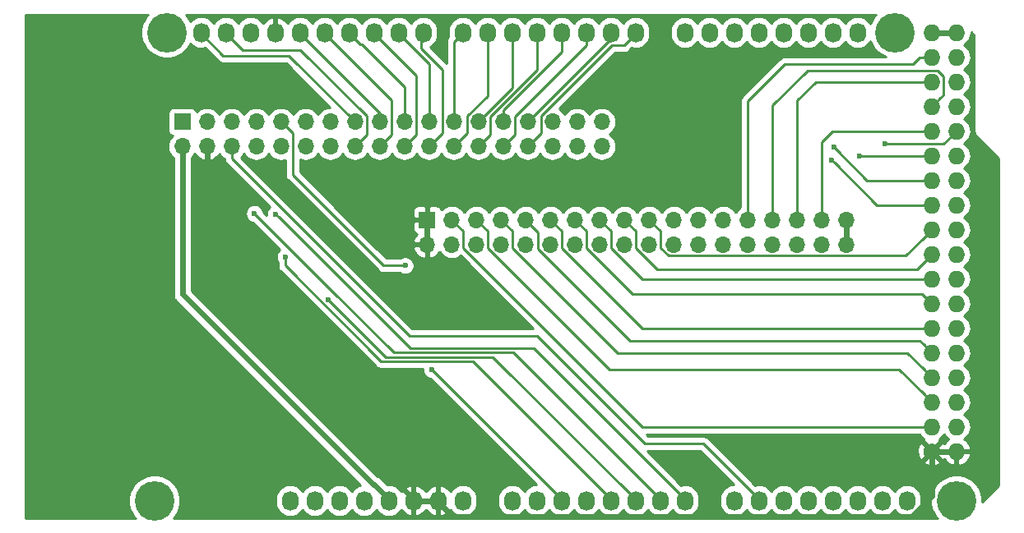
<source format=gbr>
G04 #@! TF.GenerationSoftware,KiCad,Pcbnew,(5.1.4-0-10_14)*
G04 #@! TF.CreationDate,2019-11-06T08:06:47+01:00*
G04 #@! TF.ProjectId,UFC Controller Interface,55464320-436f-46e7-9472-6f6c6c657220,rev?*
G04 #@! TF.SameCoordinates,Original*
G04 #@! TF.FileFunction,Copper,L1,Top*
G04 #@! TF.FilePolarity,Positive*
%FSLAX46Y46*%
G04 Gerber Fmt 4.6, Leading zero omitted, Abs format (unit mm)*
G04 Created by KiCad (PCBNEW (5.1.4-0-10_14)) date 2019-11-06 08:06:47*
%MOMM*%
%LPD*%
G04 APERTURE LIST*
%ADD10O,1.700000X1.700000*%
%ADD11R,1.700000X1.700000*%
%ADD12O,1.727200X1.727200*%
%ADD13C,1.727200*%
%ADD14O,1.727200X2.032000*%
%ADD15C,4.064000*%
%ADD16C,0.600000*%
%ADD17C,0.609600*%
%ADD18C,0.250000*%
%ADD19C,0.254000*%
G04 APERTURE END LIST*
D10*
X188595000Y-92710000D03*
X188595000Y-90170000D03*
X186055000Y-92710000D03*
X186055000Y-90170000D03*
X183515000Y-92710000D03*
X183515000Y-90170000D03*
X180975000Y-92710000D03*
X180975000Y-90170000D03*
X178435000Y-92710000D03*
X178435000Y-90170000D03*
X175895000Y-92710000D03*
X175895000Y-90170000D03*
X173355000Y-92710000D03*
X173355000Y-90170000D03*
X170815000Y-92710000D03*
X170815000Y-90170000D03*
X168275000Y-92710000D03*
X168275000Y-90170000D03*
X165735000Y-92710000D03*
X165735000Y-90170000D03*
X163195000Y-92710000D03*
X163195000Y-90170000D03*
X160655000Y-92710000D03*
X160655000Y-90170000D03*
X158115000Y-92710000D03*
X158115000Y-90170000D03*
X155575000Y-92710000D03*
X155575000Y-90170000D03*
X153035000Y-92710000D03*
X153035000Y-90170000D03*
X150495000Y-92710000D03*
X150495000Y-90170000D03*
X147955000Y-92710000D03*
X147955000Y-90170000D03*
X145415000Y-92710000D03*
D11*
X145415000Y-90170000D03*
D10*
X163398200Y-82600800D03*
X163398200Y-80060800D03*
X160858200Y-82600800D03*
X160858200Y-80060800D03*
X158318200Y-82600800D03*
X158318200Y-80060800D03*
X155778200Y-82600800D03*
X155778200Y-80060800D03*
X153238200Y-82600800D03*
X153238200Y-80060800D03*
X150698200Y-82600800D03*
X150698200Y-80060800D03*
X148158200Y-82600800D03*
X148158200Y-80060800D03*
X145618200Y-82600800D03*
X145618200Y-80060800D03*
X143078200Y-82600800D03*
X143078200Y-80060800D03*
X140538200Y-82600800D03*
X140538200Y-80060800D03*
X137998200Y-82600800D03*
X137998200Y-80060800D03*
X135458200Y-82600800D03*
X135458200Y-80060800D03*
X132918200Y-82600800D03*
X132918200Y-80060800D03*
X130378200Y-82600800D03*
X130378200Y-80060800D03*
X127838200Y-82600800D03*
X127838200Y-80060800D03*
X125298200Y-82600800D03*
X125298200Y-80060800D03*
X122758200Y-82600800D03*
X122758200Y-80060800D03*
X120218200Y-82600800D03*
D11*
X120218200Y-80060800D03*
D12*
X199898000Y-70866000D03*
X197358000Y-70866000D03*
X199898000Y-73406000D03*
X197358000Y-73406000D03*
X199898000Y-75946000D03*
X197358000Y-75946000D03*
X199898000Y-78486000D03*
X197358000Y-78486000D03*
X199898000Y-81026000D03*
X197358000Y-81026000D03*
X199898000Y-83566000D03*
X197358000Y-83566000D03*
X199898000Y-86106000D03*
X197358000Y-86106000D03*
X199898000Y-88646000D03*
X197358000Y-88646000D03*
X199898000Y-91186000D03*
X197358000Y-91186000D03*
X199898000Y-93726000D03*
X197358000Y-93726000D03*
X199898000Y-96266000D03*
X197358000Y-96266000D03*
X199898000Y-98806000D03*
X197358000Y-98806000D03*
X199898000Y-101346000D03*
X197358000Y-101346000D03*
X199898000Y-103886000D03*
X197358000Y-103886000D03*
X199898000Y-106426000D03*
X197358000Y-106426000D03*
X199898000Y-108966000D03*
X197358000Y-108966000D03*
X199898000Y-111506000D03*
X197358000Y-111506000D03*
X199898000Y-114046000D03*
D13*
X197358000Y-114046000D03*
D14*
X149098000Y-119126000D03*
X146558000Y-119126000D03*
X144018000Y-119126000D03*
X141478000Y-119126000D03*
X138938000Y-119126000D03*
X136398000Y-119126000D03*
X133858000Y-119126000D03*
X131318000Y-119126000D03*
X171958000Y-119126000D03*
X169418000Y-119126000D03*
X166878000Y-119126000D03*
X164338000Y-119126000D03*
X161798000Y-119126000D03*
X159258000Y-119126000D03*
X156718000Y-119126000D03*
X154178000Y-119126000D03*
X194818000Y-119126000D03*
X192278000Y-119126000D03*
X189738000Y-119126000D03*
X187198000Y-119126000D03*
X184658000Y-119126000D03*
X182118000Y-119126000D03*
X179578000Y-119126000D03*
X177038000Y-119126000D03*
X145034000Y-70866000D03*
X142494000Y-70866000D03*
X139954000Y-70866000D03*
X137414000Y-70866000D03*
X134874000Y-70866000D03*
X132334000Y-70866000D03*
X129794000Y-70866000D03*
X127254000Y-70866000D03*
X124714000Y-70866000D03*
X122174000Y-70866000D03*
X166878000Y-70866000D03*
X164338000Y-70866000D03*
X161798000Y-70866000D03*
X159258000Y-70866000D03*
X156718000Y-70866000D03*
X154178000Y-70866000D03*
X151638000Y-70866000D03*
X149098000Y-70866000D03*
X189738000Y-70866000D03*
X187198000Y-70866000D03*
X184658000Y-70866000D03*
X182118000Y-70866000D03*
X179578000Y-70866000D03*
X177038000Y-70866000D03*
X174498000Y-70866000D03*
X171958000Y-70866000D03*
D15*
X117348000Y-119126000D03*
X199898000Y-119126000D03*
X118618000Y-70866000D03*
X193548000Y-70866000D03*
D16*
X187071000Y-83997800D03*
X187274200Y-82651600D03*
X189890400Y-83566000D03*
X192557400Y-82346800D03*
X145897600Y-105613200D03*
X130810000Y-93980000D03*
X135255000Y-98425000D03*
X127635000Y-89535000D03*
X129819400Y-89585800D03*
X143154400Y-94894400D03*
D17*
X144018000Y-119126000D02*
X146558000Y-119126000D01*
X145415000Y-90170000D02*
X145415000Y-92710000D01*
X199898000Y-114046000D02*
X197358000Y-114046000D01*
X146558000Y-119278400D02*
X146558000Y-119126000D01*
X148031200Y-120751600D02*
X146558000Y-119278400D01*
X195280023Y-120751600D02*
X148031200Y-120751600D01*
X197358000Y-118673623D02*
X195280023Y-120751600D01*
X197358000Y-114046000D02*
X197358000Y-118673623D01*
X144018000Y-118973600D02*
X144018000Y-119126000D01*
X122758200Y-82600800D02*
X122758200Y-97713800D01*
X122758200Y-97713800D02*
X144018000Y-118973600D01*
D18*
X167551998Y-111506000D02*
X196136686Y-111506000D01*
X149130001Y-93084003D02*
X167551998Y-111506000D01*
X149130001Y-91345001D02*
X149130001Y-93084003D01*
X147955000Y-90170000D02*
X149130001Y-91345001D01*
X196136686Y-111506000D02*
X197358000Y-111506000D01*
X151670001Y-93084003D02*
X164180987Y-105594989D01*
X164180987Y-105594989D02*
X193986989Y-105594989D01*
X193986989Y-105594989D02*
X196494401Y-108102401D01*
X196494401Y-108102401D02*
X197358000Y-108966000D01*
X151670001Y-91345001D02*
X151670001Y-93084003D01*
X150495000Y-90170000D02*
X151670001Y-91345001D01*
X196494401Y-105562401D02*
X197358000Y-106426000D01*
X194868800Y-103936800D02*
X196494401Y-105562401D01*
X165062798Y-103936800D02*
X194868800Y-103936800D01*
X154210001Y-93084003D02*
X165062798Y-103936800D01*
X153035000Y-90170000D02*
X154210001Y-91345001D01*
X154210001Y-91345001D02*
X154210001Y-93084003D01*
X196494401Y-103022401D02*
X197358000Y-103886000D01*
X196113400Y-102641400D02*
X196494401Y-103022401D01*
X166307398Y-102641400D02*
X196113400Y-102641400D01*
X156845000Y-93179002D02*
X166307398Y-102641400D01*
X155575000Y-90170000D02*
X156845000Y-91440000D01*
X156845000Y-91440000D02*
X156845000Y-93179002D01*
X196136686Y-101346000D02*
X197358000Y-101346000D01*
X167551998Y-101346000D02*
X196136686Y-101346000D01*
X159290001Y-93084003D02*
X167551998Y-101346000D01*
X158115000Y-90170000D02*
X159290001Y-91345001D01*
X159290001Y-91345001D02*
X159290001Y-93084003D01*
X161830001Y-93084003D02*
X166535998Y-97790000D01*
X160655000Y-90170000D02*
X161830001Y-91345001D01*
X161830001Y-91345001D02*
X161830001Y-93084003D01*
X196342000Y-97790000D02*
X197358000Y-98806000D01*
X166535998Y-97790000D02*
X196342000Y-97790000D01*
X196136686Y-96266000D02*
X197358000Y-96266000D01*
X167551998Y-96266000D02*
X196136686Y-96266000D01*
X164370001Y-93084003D02*
X167551998Y-96266000D01*
X164370001Y-91345001D02*
X164370001Y-93084003D01*
X163195000Y-90170000D02*
X164370001Y-91345001D01*
X166910001Y-93084003D02*
X169075998Y-95250000D01*
X165735000Y-90170000D02*
X166910001Y-91345001D01*
X166910001Y-91345001D02*
X166910001Y-93084003D01*
X195834000Y-95250000D02*
X197358000Y-93726000D01*
X169075998Y-95250000D02*
X195834000Y-95250000D01*
X196494401Y-92049599D02*
X197358000Y-91186000D01*
X194658999Y-93885001D02*
X196494401Y-92049599D01*
X170250999Y-93885001D02*
X194658999Y-93885001D01*
X169450001Y-93084003D02*
X170250999Y-93885001D01*
X169450001Y-91345001D02*
X169450001Y-93084003D01*
X168275000Y-90170000D02*
X169450001Y-91345001D01*
X187370999Y-84297799D02*
X187071000Y-83997800D01*
X191719200Y-88646000D02*
X187370999Y-84297799D01*
X197358000Y-88646000D02*
X191719200Y-88646000D01*
X187574199Y-82951599D02*
X187274200Y-82651600D01*
X190728600Y-86106000D02*
X187574199Y-82951599D01*
X197358000Y-86106000D02*
X190728600Y-86106000D01*
X197358000Y-83566000D02*
X189890400Y-83566000D01*
X187172600Y-81026000D02*
X197358000Y-81026000D01*
X186055000Y-90170000D02*
X186055000Y-82143600D01*
X186055000Y-82143600D02*
X187172600Y-81026000D01*
X198577200Y-82346800D02*
X192981664Y-82346800D01*
X199898000Y-81026000D02*
X198577200Y-82346800D01*
X192981664Y-82346800D02*
X192557400Y-82346800D01*
X198221599Y-77622401D02*
X197358000Y-78486000D01*
X180975000Y-78384400D02*
X184602001Y-74757399D01*
X180975000Y-90170000D02*
X180975000Y-78384400D01*
X184602001Y-74757399D02*
X197928529Y-74757399D01*
X197928529Y-74757399D02*
X198546601Y-75375471D01*
X198546601Y-75375471D02*
X198546601Y-77297399D01*
X198546601Y-77297399D02*
X198221599Y-77622401D01*
X185445400Y-75946000D02*
X197358000Y-75946000D01*
X183515000Y-90170000D02*
X183515000Y-77876400D01*
X183515000Y-77876400D02*
X185445400Y-75946000D01*
X196136686Y-73406000D02*
X197358000Y-73406000D01*
X195419663Y-74123023D02*
X196136686Y-73406000D01*
X182213777Y-74123023D02*
X195419663Y-74123023D01*
X178435000Y-90170000D02*
X178435000Y-77901800D01*
X178435000Y-77901800D02*
X182213777Y-74123023D01*
D17*
X141478000Y-118973600D02*
X141478000Y-119126000D01*
X140004800Y-117500400D02*
X141478000Y-118973600D01*
X139852400Y-117500400D02*
X140004800Y-117500400D01*
X120218200Y-97866200D02*
X139852400Y-117500400D01*
X120218200Y-82600800D02*
X120218200Y-97866200D01*
X188595000Y-90170000D02*
X188595000Y-92710000D01*
X199898000Y-70866000D02*
X197358000Y-70866000D01*
D18*
X158144400Y-117860000D02*
X145897600Y-105613200D01*
X159258000Y-119126000D02*
X159258000Y-118973600D01*
X159258000Y-118973600D02*
X158144400Y-117860000D01*
X130810000Y-94905002D02*
X130810000Y-93980000D01*
X140679995Y-104774997D02*
X130810000Y-94905002D01*
X150139400Y-104775000D02*
X140679995Y-104774997D01*
X164338000Y-119126000D02*
X164338000Y-118973600D01*
X164338000Y-118973600D02*
X150139400Y-104775000D01*
X135554999Y-98724999D02*
X135255000Y-98425000D01*
X141154989Y-104324989D02*
X135554999Y-98724999D01*
X152203989Y-104324989D02*
X141154989Y-104324989D01*
X166878000Y-119126000D02*
X166878000Y-118999000D01*
X166878000Y-118999000D02*
X152203989Y-104324989D01*
X127934999Y-89834999D02*
X127635000Y-89535000D01*
X135439991Y-97339991D02*
X127934999Y-89834999D01*
X135441401Y-97339991D02*
X135439991Y-97339991D01*
X141976388Y-103874978D02*
X135441401Y-97339991D01*
X154319378Y-103874978D02*
X141976388Y-103874978D01*
X169418000Y-118973600D02*
X154319378Y-103874978D01*
X169418000Y-119126000D02*
X169418000Y-118973600D01*
X156409367Y-103424967D02*
X143658567Y-103424967D01*
X171958000Y-118973600D02*
X156409367Y-103424967D01*
X143658567Y-103424967D02*
X130119399Y-89885799D01*
X171958000Y-119126000D02*
X171958000Y-118973600D01*
X130119399Y-89885799D02*
X129819400Y-89585800D01*
X142730136Y-94894400D02*
X143154400Y-94894400D01*
X140926736Y-94894400D02*
X142730136Y-94894400D01*
X131553201Y-85520865D02*
X140926736Y-94894400D01*
X131553201Y-81235801D02*
X131553201Y-85520865D01*
X130378200Y-80060800D02*
X131553201Y-81235801D01*
X125298200Y-83802881D02*
X125298200Y-82600800D01*
X125298200Y-83857202D02*
X125298200Y-83802881D01*
X179578000Y-118973600D02*
X173837600Y-113233200D01*
X179578000Y-119126000D02*
X179578000Y-118973600D01*
X173837600Y-113233200D02*
X167868600Y-113233200D01*
X167868600Y-113233200D02*
X156775401Y-102140001D01*
X156775401Y-102140001D02*
X143580999Y-102140001D01*
X143580999Y-102140001D02*
X125298200Y-83857202D01*
X122174000Y-71018400D02*
X122174000Y-70866000D01*
X124409200Y-73253600D02*
X122174000Y-71018400D01*
X137998200Y-80060800D02*
X131191000Y-73253600D01*
X131191000Y-73253600D02*
X124409200Y-73253600D01*
X124714000Y-71018400D02*
X124714000Y-70866000D01*
X126390400Y-72694800D02*
X124714000Y-71018400D01*
X132371202Y-72694800D02*
X126390400Y-72694800D01*
X139173201Y-79496799D02*
X132371202Y-72694800D01*
X137998200Y-82600800D02*
X139173201Y-81425799D01*
X139173201Y-81425799D02*
X139173201Y-79496799D01*
X140538200Y-79222600D02*
X140538200Y-80060800D01*
X132334000Y-71018400D02*
X140538200Y-79222600D01*
X132334000Y-70866000D02*
X132334000Y-71018400D01*
X134874000Y-71018400D02*
X134874000Y-70866000D01*
X141713201Y-77857601D02*
X134874000Y-71018400D01*
X141713201Y-81425799D02*
X141713201Y-77857601D01*
X140538200Y-82600800D02*
X141713201Y-81425799D01*
X137414000Y-71018400D02*
X137414000Y-70866000D01*
X138527600Y-72132000D02*
X137414000Y-71018400D01*
X138680000Y-72132000D02*
X138527600Y-72132000D01*
X143078200Y-76530200D02*
X138680000Y-72132000D01*
X143078200Y-80060800D02*
X143078200Y-76530200D01*
X139954000Y-71018400D02*
X139954000Y-70866000D01*
X144253201Y-75317601D02*
X139954000Y-71018400D01*
X144253201Y-81425799D02*
X144253201Y-75317601D01*
X143078200Y-82600800D02*
X144253201Y-81425799D01*
X145618200Y-78858719D02*
X145618200Y-80060800D01*
X145618200Y-74142600D02*
X145618200Y-78858719D01*
X142494000Y-71018400D02*
X145618200Y-74142600D01*
X142494000Y-70866000D02*
X142494000Y-71018400D01*
X144780000Y-71120000D02*
X145034000Y-70866000D01*
X144780000Y-72515590D02*
X144780000Y-71120000D01*
X146983199Y-74718789D02*
X144780000Y-72515590D01*
X145618200Y-82600800D02*
X146983199Y-81235801D01*
X146983199Y-81235801D02*
X146983199Y-74718789D01*
X148158200Y-71805800D02*
X149098000Y-70866000D01*
X148158200Y-80060800D02*
X148158200Y-71805800D01*
X151638000Y-72132000D02*
X151638000Y-70866000D01*
X151638000Y-77381998D02*
X151638000Y-72132000D01*
X149523199Y-79496799D02*
X151638000Y-77381998D01*
X149523199Y-81235801D02*
X149523199Y-79496799D01*
X148158200Y-82600800D02*
X149523199Y-81235801D01*
X154178000Y-76581000D02*
X150698200Y-80060800D01*
X154178000Y-70866000D02*
X154178000Y-76581000D01*
X156718000Y-72132000D02*
X156718000Y-70866000D01*
X156718000Y-74677410D02*
X156718000Y-72132000D01*
X151873201Y-79522209D02*
X156718000Y-74677410D01*
X151873201Y-81425799D02*
X151873201Y-79522209D01*
X150698200Y-82600800D02*
X151873201Y-81425799D01*
X159258000Y-72132000D02*
X159258000Y-70866000D01*
X159258000Y-72838919D02*
X159258000Y-72132000D01*
X153238200Y-78858719D02*
X159258000Y-72838919D01*
X153238200Y-80060800D02*
X153238200Y-78858719D01*
X161798000Y-72132000D02*
X161798000Y-70866000D01*
X161798000Y-72137410D02*
X161798000Y-72132000D01*
X154413201Y-79522209D02*
X161798000Y-72137410D01*
X154413201Y-81425799D02*
X154413201Y-79522209D01*
X153238200Y-82600800D02*
X154413201Y-81425799D01*
X164338000Y-71501000D02*
X164338000Y-70866000D01*
X155778200Y-80060800D02*
X164338000Y-71501000D01*
X166878000Y-71018400D02*
X166878000Y-70866000D01*
X165689390Y-72207010D02*
X166878000Y-71018400D01*
X164432988Y-72207010D02*
X165689390Y-72207010D01*
X157143199Y-79496799D02*
X164432988Y-72207010D01*
X157143199Y-81235801D02*
X157143199Y-79496799D01*
X155778200Y-82600800D02*
X157143199Y-81235801D01*
D19*
G36*
X116546406Y-69165887D02*
G01*
X116254536Y-69602702D01*
X116053492Y-70088065D01*
X115951000Y-70603323D01*
X115951000Y-71128677D01*
X116053492Y-71643935D01*
X116254536Y-72129298D01*
X116546406Y-72566113D01*
X116917887Y-72937594D01*
X117354702Y-73229464D01*
X117840065Y-73430508D01*
X118355323Y-73533000D01*
X118880677Y-73533000D01*
X119395935Y-73430508D01*
X119881298Y-73229464D01*
X120318113Y-72937594D01*
X120689594Y-72566113D01*
X120981464Y-72129298D01*
X121037001Y-71995219D01*
X121109203Y-72083197D01*
X121337395Y-72270469D01*
X121597737Y-72409625D01*
X121880224Y-72495316D01*
X122174000Y-72524251D01*
X122467777Y-72495316D01*
X122550900Y-72470101D01*
X123845400Y-73764602D01*
X123869199Y-73793601D01*
X123898197Y-73817399D01*
X123984923Y-73888574D01*
X124031994Y-73913734D01*
X124116953Y-73959146D01*
X124260214Y-74002603D01*
X124371867Y-74013600D01*
X124371876Y-74013600D01*
X124409199Y-74017276D01*
X124446522Y-74013600D01*
X130876199Y-74013600D01*
X135438398Y-78575800D01*
X135385250Y-78575800D01*
X135167089Y-78597287D01*
X134887166Y-78682201D01*
X134629186Y-78820094D01*
X134403066Y-79005666D01*
X134217494Y-79231786D01*
X134188200Y-79286591D01*
X134158906Y-79231786D01*
X133973334Y-79005666D01*
X133747214Y-78820094D01*
X133489234Y-78682201D01*
X133209311Y-78597287D01*
X132991150Y-78575800D01*
X132845250Y-78575800D01*
X132627089Y-78597287D01*
X132347166Y-78682201D01*
X132089186Y-78820094D01*
X131863066Y-79005666D01*
X131677494Y-79231786D01*
X131648200Y-79286591D01*
X131618906Y-79231786D01*
X131433334Y-79005666D01*
X131207214Y-78820094D01*
X130949234Y-78682201D01*
X130669311Y-78597287D01*
X130451150Y-78575800D01*
X130305250Y-78575800D01*
X130087089Y-78597287D01*
X129807166Y-78682201D01*
X129549186Y-78820094D01*
X129323066Y-79005666D01*
X129137494Y-79231786D01*
X129108200Y-79286591D01*
X129078906Y-79231786D01*
X128893334Y-79005666D01*
X128667214Y-78820094D01*
X128409234Y-78682201D01*
X128129311Y-78597287D01*
X127911150Y-78575800D01*
X127765250Y-78575800D01*
X127547089Y-78597287D01*
X127267166Y-78682201D01*
X127009186Y-78820094D01*
X126783066Y-79005666D01*
X126597494Y-79231786D01*
X126568200Y-79286591D01*
X126538906Y-79231786D01*
X126353334Y-79005666D01*
X126127214Y-78820094D01*
X125869234Y-78682201D01*
X125589311Y-78597287D01*
X125371150Y-78575800D01*
X125225250Y-78575800D01*
X125007089Y-78597287D01*
X124727166Y-78682201D01*
X124469186Y-78820094D01*
X124243066Y-79005666D01*
X124057494Y-79231786D01*
X124028200Y-79286591D01*
X123998906Y-79231786D01*
X123813334Y-79005666D01*
X123587214Y-78820094D01*
X123329234Y-78682201D01*
X123049311Y-78597287D01*
X122831150Y-78575800D01*
X122685250Y-78575800D01*
X122467089Y-78597287D01*
X122187166Y-78682201D01*
X121929186Y-78820094D01*
X121703066Y-79005666D01*
X121678593Y-79035487D01*
X121657702Y-78966620D01*
X121598737Y-78856306D01*
X121519385Y-78759615D01*
X121422694Y-78680263D01*
X121312380Y-78621298D01*
X121192682Y-78584988D01*
X121068200Y-78572728D01*
X119368200Y-78572728D01*
X119243718Y-78584988D01*
X119124020Y-78621298D01*
X119013706Y-78680263D01*
X118917015Y-78759615D01*
X118837663Y-78856306D01*
X118778698Y-78966620D01*
X118742388Y-79086318D01*
X118730128Y-79210800D01*
X118730128Y-80910800D01*
X118742388Y-81035282D01*
X118778698Y-81154980D01*
X118837663Y-81265294D01*
X118917015Y-81361985D01*
X119013706Y-81441337D01*
X119124020Y-81500302D01*
X119192887Y-81521193D01*
X119163066Y-81545666D01*
X118977494Y-81771786D01*
X118839601Y-82029766D01*
X118754687Y-82309689D01*
X118726015Y-82600800D01*
X118754687Y-82891911D01*
X118839601Y-83171834D01*
X118977494Y-83429814D01*
X119163066Y-83655934D01*
X119278400Y-83750586D01*
X119278401Y-97820033D01*
X119273854Y-97866200D01*
X119291999Y-98050433D01*
X119345738Y-98227586D01*
X119433004Y-98390851D01*
X119461009Y-98424974D01*
X119550447Y-98533954D01*
X119586311Y-98563387D01*
X138548610Y-117525688D01*
X138361736Y-117582375D01*
X138101394Y-117721531D01*
X137873203Y-117908803D01*
X137685931Y-118136995D01*
X137668000Y-118170541D01*
X137650069Y-118136994D01*
X137462797Y-117908803D01*
X137234605Y-117721531D01*
X136974263Y-117582375D01*
X136691776Y-117496684D01*
X136398000Y-117467749D01*
X136104223Y-117496684D01*
X135821736Y-117582375D01*
X135561394Y-117721531D01*
X135333203Y-117908803D01*
X135145931Y-118136995D01*
X135128000Y-118170541D01*
X135110069Y-118136994D01*
X134922797Y-117908803D01*
X134694605Y-117721531D01*
X134434263Y-117582375D01*
X134151776Y-117496684D01*
X133858000Y-117467749D01*
X133564223Y-117496684D01*
X133281736Y-117582375D01*
X133021394Y-117721531D01*
X132793203Y-117908803D01*
X132605931Y-118136995D01*
X132588000Y-118170541D01*
X132570069Y-118136994D01*
X132382797Y-117908803D01*
X132154605Y-117721531D01*
X131894263Y-117582375D01*
X131611776Y-117496684D01*
X131318000Y-117467749D01*
X131024223Y-117496684D01*
X130741736Y-117582375D01*
X130481394Y-117721531D01*
X130253203Y-117908803D01*
X130065931Y-118136995D01*
X129926775Y-118397337D01*
X129841084Y-118679824D01*
X129819400Y-118899982D01*
X129819400Y-119352019D01*
X129841084Y-119572177D01*
X129926775Y-119854664D01*
X130065931Y-120115006D01*
X130253203Y-120343197D01*
X130481395Y-120530469D01*
X130741737Y-120669625D01*
X131024224Y-120755316D01*
X131318000Y-120784251D01*
X131611777Y-120755316D01*
X131894264Y-120669625D01*
X132154606Y-120530469D01*
X132382797Y-120343197D01*
X132570069Y-120115006D01*
X132588000Y-120081459D01*
X132605931Y-120115006D01*
X132793203Y-120343197D01*
X133021395Y-120530469D01*
X133281737Y-120669625D01*
X133564224Y-120755316D01*
X133858000Y-120784251D01*
X134151777Y-120755316D01*
X134434264Y-120669625D01*
X134694606Y-120530469D01*
X134922797Y-120343197D01*
X135110069Y-120115006D01*
X135128000Y-120081459D01*
X135145931Y-120115006D01*
X135333203Y-120343197D01*
X135561395Y-120530469D01*
X135821737Y-120669625D01*
X136104224Y-120755316D01*
X136398000Y-120784251D01*
X136691777Y-120755316D01*
X136974264Y-120669625D01*
X137234606Y-120530469D01*
X137462797Y-120343197D01*
X137650069Y-120115006D01*
X137668000Y-120081459D01*
X137685931Y-120115006D01*
X137873203Y-120343197D01*
X138101395Y-120530469D01*
X138361737Y-120669625D01*
X138644224Y-120755316D01*
X138938000Y-120784251D01*
X139231777Y-120755316D01*
X139514264Y-120669625D01*
X139774606Y-120530469D01*
X140002797Y-120343197D01*
X140190069Y-120115006D01*
X140208000Y-120081459D01*
X140225931Y-120115006D01*
X140413203Y-120343197D01*
X140641395Y-120530469D01*
X140901737Y-120669625D01*
X141184224Y-120755316D01*
X141478000Y-120784251D01*
X141771777Y-120755316D01*
X142054264Y-120669625D01*
X142314606Y-120530469D01*
X142542797Y-120343197D01*
X142730069Y-120115006D01*
X142751424Y-120075053D01*
X142899514Y-120277729D01*
X143115965Y-120476733D01*
X143367081Y-120629686D01*
X143643211Y-120730709D01*
X143658974Y-120733358D01*
X143891000Y-120612217D01*
X143891000Y-119253000D01*
X144145000Y-119253000D01*
X144145000Y-120612217D01*
X144377026Y-120733358D01*
X144392789Y-120730709D01*
X144668919Y-120629686D01*
X144920035Y-120476733D01*
X145136486Y-120277729D01*
X145288000Y-120070367D01*
X145439514Y-120277729D01*
X145655965Y-120476733D01*
X145907081Y-120629686D01*
X146183211Y-120730709D01*
X146198974Y-120733358D01*
X146431000Y-120612217D01*
X146431000Y-119253000D01*
X144145000Y-119253000D01*
X143891000Y-119253000D01*
X143871000Y-119253000D01*
X143871000Y-118999000D01*
X143891000Y-118999000D01*
X143891000Y-117639783D01*
X144145000Y-117639783D01*
X144145000Y-118999000D01*
X146431000Y-118999000D01*
X146431000Y-117639783D01*
X146685000Y-117639783D01*
X146685000Y-118999000D01*
X146705000Y-118999000D01*
X146705000Y-119253000D01*
X146685000Y-119253000D01*
X146685000Y-120612217D01*
X146917026Y-120733358D01*
X146932789Y-120730709D01*
X147208919Y-120629686D01*
X147460035Y-120476733D01*
X147676486Y-120277729D01*
X147824576Y-120075053D01*
X147845931Y-120115006D01*
X148033203Y-120343197D01*
X148261395Y-120530469D01*
X148521737Y-120669625D01*
X148804224Y-120755316D01*
X149098000Y-120784251D01*
X149391777Y-120755316D01*
X149674264Y-120669625D01*
X149934606Y-120530469D01*
X150162797Y-120343197D01*
X150350069Y-120115006D01*
X150489225Y-119854663D01*
X150574916Y-119572176D01*
X150596600Y-119352018D01*
X150596600Y-118899981D01*
X150574916Y-118679823D01*
X150489225Y-118397336D01*
X150350069Y-118136994D01*
X150162797Y-117908803D01*
X149934605Y-117721531D01*
X149674263Y-117582375D01*
X149391776Y-117496684D01*
X149098000Y-117467749D01*
X148804223Y-117496684D01*
X148521736Y-117582375D01*
X148261394Y-117721531D01*
X148033203Y-117908803D01*
X147845931Y-118136995D01*
X147824576Y-118176947D01*
X147676486Y-117974271D01*
X147460035Y-117775267D01*
X147208919Y-117622314D01*
X146932789Y-117521291D01*
X146917026Y-117518642D01*
X146685000Y-117639783D01*
X146431000Y-117639783D01*
X146198974Y-117518642D01*
X146183211Y-117521291D01*
X145907081Y-117622314D01*
X145655965Y-117775267D01*
X145439514Y-117974271D01*
X145288000Y-118181633D01*
X145136486Y-117974271D01*
X144920035Y-117775267D01*
X144668919Y-117622314D01*
X144392789Y-117521291D01*
X144377026Y-117518642D01*
X144145000Y-117639783D01*
X143891000Y-117639783D01*
X143658974Y-117518642D01*
X143643211Y-117521291D01*
X143367081Y-117622314D01*
X143115965Y-117775267D01*
X142899514Y-117974271D01*
X142751424Y-118176947D01*
X142730069Y-118136994D01*
X142542797Y-117908803D01*
X142314605Y-117721531D01*
X142054263Y-117582375D01*
X141771776Y-117496684D01*
X141478000Y-117467749D01*
X141317076Y-117483599D01*
X140701991Y-116868515D01*
X140672554Y-116832646D01*
X140529451Y-116715204D01*
X140366186Y-116627937D01*
X140284121Y-116603043D01*
X121158000Y-97476924D01*
X121158000Y-83750586D01*
X121273334Y-83655934D01*
X121458906Y-83429814D01*
X121493401Y-83365277D01*
X121563022Y-83482155D01*
X121757931Y-83698388D01*
X121991280Y-83872441D01*
X122254101Y-83997625D01*
X122401310Y-84042276D01*
X122631200Y-83920955D01*
X122631200Y-82727800D01*
X122611200Y-82727800D01*
X122611200Y-82473800D01*
X122631200Y-82473800D01*
X122631200Y-82453800D01*
X122885200Y-82453800D01*
X122885200Y-82473800D01*
X122905200Y-82473800D01*
X122905200Y-82727800D01*
X122885200Y-82727800D01*
X122885200Y-83920955D01*
X123115090Y-84042276D01*
X123262299Y-83997625D01*
X123525120Y-83872441D01*
X123758469Y-83698388D01*
X123953378Y-83482155D01*
X124022999Y-83365277D01*
X124057494Y-83429814D01*
X124243066Y-83655934D01*
X124469186Y-83841506D01*
X124536523Y-83877498D01*
X124538200Y-83894524D01*
X124538200Y-83894534D01*
X124549197Y-84006187D01*
X124579475Y-84106001D01*
X124592654Y-84149448D01*
X124663226Y-84281478D01*
X124690740Y-84315003D01*
X124758199Y-84397203D01*
X124787203Y-84421006D01*
X129224788Y-88858592D01*
X129223372Y-88859538D01*
X129093138Y-88989772D01*
X128990814Y-89142911D01*
X128920332Y-89313071D01*
X128884400Y-89493711D01*
X128884400Y-89677889D01*
X128892274Y-89717473D01*
X128558153Y-89383352D01*
X128534068Y-89262271D01*
X128463586Y-89092111D01*
X128361262Y-88938972D01*
X128231028Y-88808738D01*
X128077889Y-88706414D01*
X127907729Y-88635932D01*
X127727089Y-88600000D01*
X127542911Y-88600000D01*
X127362271Y-88635932D01*
X127192111Y-88706414D01*
X127038972Y-88808738D01*
X126908738Y-88938972D01*
X126806414Y-89092111D01*
X126735932Y-89262271D01*
X126700000Y-89442911D01*
X126700000Y-89627089D01*
X126735932Y-89807729D01*
X126806414Y-89977889D01*
X126908738Y-90131028D01*
X127038972Y-90261262D01*
X127192111Y-90363586D01*
X127362271Y-90434068D01*
X127483352Y-90458153D01*
X130252915Y-93227717D01*
X130213972Y-93253738D01*
X130083738Y-93383972D01*
X129981414Y-93537111D01*
X129910932Y-93707271D01*
X129875000Y-93887911D01*
X129875000Y-94072089D01*
X129910932Y-94252729D01*
X129981414Y-94422889D01*
X130050000Y-94525536D01*
X130050000Y-94867679D01*
X130046324Y-94905002D01*
X130050000Y-94942324D01*
X130050000Y-94942334D01*
X130060997Y-95053987D01*
X130075263Y-95101015D01*
X130104454Y-95197248D01*
X130175026Y-95329278D01*
X130181601Y-95337289D01*
X130269999Y-95445003D01*
X130299003Y-95468806D01*
X140116198Y-105286002D01*
X140139994Y-105314997D01*
X140168987Y-105338791D01*
X140168992Y-105338796D01*
X140255719Y-105409971D01*
X140387748Y-105480543D01*
X140531009Y-105524000D01*
X140679995Y-105538673D01*
X140717330Y-105534996D01*
X144962600Y-105534998D01*
X144962600Y-105705289D01*
X144998532Y-105885929D01*
X145069014Y-106056089D01*
X145171338Y-106209228D01*
X145301572Y-106339462D01*
X145454711Y-106441786D01*
X145624871Y-106512268D01*
X145745952Y-106536353D01*
X156680992Y-117471394D01*
X156424223Y-117496684D01*
X156141736Y-117582375D01*
X155881394Y-117721531D01*
X155653203Y-117908803D01*
X155465931Y-118136995D01*
X155448000Y-118170541D01*
X155430069Y-118136994D01*
X155242797Y-117908803D01*
X155014605Y-117721531D01*
X154754263Y-117582375D01*
X154471776Y-117496684D01*
X154178000Y-117467749D01*
X153884223Y-117496684D01*
X153601736Y-117582375D01*
X153341394Y-117721531D01*
X153113203Y-117908803D01*
X152925931Y-118136995D01*
X152786775Y-118397337D01*
X152701084Y-118679824D01*
X152679400Y-118899982D01*
X152679400Y-119352019D01*
X152701084Y-119572177D01*
X152786775Y-119854664D01*
X152925931Y-120115006D01*
X153113203Y-120343197D01*
X153341395Y-120530469D01*
X153601737Y-120669625D01*
X153884224Y-120755316D01*
X154178000Y-120784251D01*
X154471777Y-120755316D01*
X154754264Y-120669625D01*
X155014606Y-120530469D01*
X155242797Y-120343197D01*
X155430069Y-120115006D01*
X155448000Y-120081459D01*
X155465931Y-120115006D01*
X155653203Y-120343197D01*
X155881395Y-120530469D01*
X156141737Y-120669625D01*
X156424224Y-120755316D01*
X156718000Y-120784251D01*
X157011777Y-120755316D01*
X157294264Y-120669625D01*
X157554606Y-120530469D01*
X157782797Y-120343197D01*
X157970069Y-120115006D01*
X157988000Y-120081459D01*
X158005931Y-120115006D01*
X158193203Y-120343197D01*
X158421395Y-120530469D01*
X158681737Y-120669625D01*
X158964224Y-120755316D01*
X159258000Y-120784251D01*
X159551777Y-120755316D01*
X159834264Y-120669625D01*
X160094606Y-120530469D01*
X160322797Y-120343197D01*
X160510069Y-120115006D01*
X160528000Y-120081459D01*
X160545931Y-120115006D01*
X160733203Y-120343197D01*
X160961395Y-120530469D01*
X161221737Y-120669625D01*
X161504224Y-120755316D01*
X161798000Y-120784251D01*
X162091777Y-120755316D01*
X162374264Y-120669625D01*
X162634606Y-120530469D01*
X162862797Y-120343197D01*
X163050069Y-120115006D01*
X163068000Y-120081459D01*
X163085931Y-120115006D01*
X163273203Y-120343197D01*
X163501395Y-120530469D01*
X163761737Y-120669625D01*
X164044224Y-120755316D01*
X164338000Y-120784251D01*
X164631777Y-120755316D01*
X164914264Y-120669625D01*
X165174606Y-120530469D01*
X165402797Y-120343197D01*
X165590069Y-120115006D01*
X165608000Y-120081459D01*
X165625931Y-120115006D01*
X165813203Y-120343197D01*
X166041395Y-120530469D01*
X166301737Y-120669625D01*
X166584224Y-120755316D01*
X166878000Y-120784251D01*
X167171777Y-120755316D01*
X167454264Y-120669625D01*
X167714606Y-120530469D01*
X167942797Y-120343197D01*
X168130069Y-120115006D01*
X168148000Y-120081459D01*
X168165931Y-120115006D01*
X168353203Y-120343197D01*
X168581395Y-120530469D01*
X168841737Y-120669625D01*
X169124224Y-120755316D01*
X169418000Y-120784251D01*
X169711777Y-120755316D01*
X169994264Y-120669625D01*
X170254606Y-120530469D01*
X170482797Y-120343197D01*
X170670069Y-120115006D01*
X170688000Y-120081459D01*
X170705931Y-120115006D01*
X170893203Y-120343197D01*
X171121395Y-120530469D01*
X171381737Y-120669625D01*
X171664224Y-120755316D01*
X171958000Y-120784251D01*
X172251777Y-120755316D01*
X172534264Y-120669625D01*
X172794606Y-120530469D01*
X173022797Y-120343197D01*
X173210069Y-120115006D01*
X173349225Y-119854663D01*
X173434916Y-119572176D01*
X173456600Y-119352018D01*
X173456600Y-118899981D01*
X173434916Y-118679823D01*
X173349225Y-118397336D01*
X173210069Y-118136994D01*
X173022797Y-117908803D01*
X172794605Y-117721531D01*
X172534263Y-117582375D01*
X172251776Y-117496684D01*
X171958000Y-117467749D01*
X171664223Y-117496684D01*
X171581101Y-117521899D01*
X168052402Y-113993200D01*
X173522799Y-113993200D01*
X177000992Y-117471394D01*
X176744223Y-117496684D01*
X176461736Y-117582375D01*
X176201394Y-117721531D01*
X175973203Y-117908803D01*
X175785931Y-118136995D01*
X175646775Y-118397337D01*
X175561084Y-118679824D01*
X175539400Y-118899982D01*
X175539400Y-119352019D01*
X175561084Y-119572177D01*
X175646775Y-119854664D01*
X175785931Y-120115006D01*
X175973203Y-120343197D01*
X176201395Y-120530469D01*
X176461737Y-120669625D01*
X176744224Y-120755316D01*
X177038000Y-120784251D01*
X177331777Y-120755316D01*
X177614264Y-120669625D01*
X177874606Y-120530469D01*
X178102797Y-120343197D01*
X178290069Y-120115006D01*
X178308000Y-120081459D01*
X178325931Y-120115006D01*
X178513203Y-120343197D01*
X178741395Y-120530469D01*
X179001737Y-120669625D01*
X179284224Y-120755316D01*
X179578000Y-120784251D01*
X179871777Y-120755316D01*
X180154264Y-120669625D01*
X180414606Y-120530469D01*
X180642797Y-120343197D01*
X180830069Y-120115006D01*
X180848000Y-120081459D01*
X180865931Y-120115006D01*
X181053203Y-120343197D01*
X181281395Y-120530469D01*
X181541737Y-120669625D01*
X181824224Y-120755316D01*
X182118000Y-120784251D01*
X182411777Y-120755316D01*
X182694264Y-120669625D01*
X182954606Y-120530469D01*
X183182797Y-120343197D01*
X183370069Y-120115006D01*
X183388000Y-120081459D01*
X183405931Y-120115006D01*
X183593203Y-120343197D01*
X183821395Y-120530469D01*
X184081737Y-120669625D01*
X184364224Y-120755316D01*
X184658000Y-120784251D01*
X184951777Y-120755316D01*
X185234264Y-120669625D01*
X185494606Y-120530469D01*
X185722797Y-120343197D01*
X185910069Y-120115006D01*
X185928000Y-120081459D01*
X185945931Y-120115006D01*
X186133203Y-120343197D01*
X186361395Y-120530469D01*
X186621737Y-120669625D01*
X186904224Y-120755316D01*
X187198000Y-120784251D01*
X187491777Y-120755316D01*
X187774264Y-120669625D01*
X188034606Y-120530469D01*
X188262797Y-120343197D01*
X188450069Y-120115006D01*
X188468000Y-120081459D01*
X188485931Y-120115006D01*
X188673203Y-120343197D01*
X188901395Y-120530469D01*
X189161737Y-120669625D01*
X189444224Y-120755316D01*
X189738000Y-120784251D01*
X190031777Y-120755316D01*
X190314264Y-120669625D01*
X190574606Y-120530469D01*
X190802797Y-120343197D01*
X190990069Y-120115006D01*
X191008000Y-120081459D01*
X191025931Y-120115006D01*
X191213203Y-120343197D01*
X191441395Y-120530469D01*
X191701737Y-120669625D01*
X191984224Y-120755316D01*
X192278000Y-120784251D01*
X192571777Y-120755316D01*
X192854264Y-120669625D01*
X193114606Y-120530469D01*
X193342797Y-120343197D01*
X193530069Y-120115006D01*
X193548000Y-120081459D01*
X193565931Y-120115006D01*
X193753203Y-120343197D01*
X193981395Y-120530469D01*
X194241737Y-120669625D01*
X194524224Y-120755316D01*
X194818000Y-120784251D01*
X195111777Y-120755316D01*
X195394264Y-120669625D01*
X195654606Y-120530469D01*
X195882797Y-120343197D01*
X196070069Y-120115006D01*
X196209225Y-119854663D01*
X196294916Y-119572176D01*
X196316600Y-119352018D01*
X196316600Y-118899981D01*
X196294916Y-118679823D01*
X196209225Y-118397336D01*
X196070069Y-118136994D01*
X195882797Y-117908803D01*
X195654605Y-117721531D01*
X195394263Y-117582375D01*
X195111776Y-117496684D01*
X194818000Y-117467749D01*
X194524223Y-117496684D01*
X194241736Y-117582375D01*
X193981394Y-117721531D01*
X193753203Y-117908803D01*
X193565931Y-118136995D01*
X193548000Y-118170541D01*
X193530069Y-118136994D01*
X193342797Y-117908803D01*
X193114605Y-117721531D01*
X192854263Y-117582375D01*
X192571776Y-117496684D01*
X192278000Y-117467749D01*
X191984223Y-117496684D01*
X191701736Y-117582375D01*
X191441394Y-117721531D01*
X191213203Y-117908803D01*
X191025931Y-118136995D01*
X191008000Y-118170541D01*
X190990069Y-118136994D01*
X190802797Y-117908803D01*
X190574605Y-117721531D01*
X190314263Y-117582375D01*
X190031776Y-117496684D01*
X189738000Y-117467749D01*
X189444223Y-117496684D01*
X189161736Y-117582375D01*
X188901394Y-117721531D01*
X188673203Y-117908803D01*
X188485931Y-118136995D01*
X188468000Y-118170541D01*
X188450069Y-118136994D01*
X188262797Y-117908803D01*
X188034605Y-117721531D01*
X187774263Y-117582375D01*
X187491776Y-117496684D01*
X187198000Y-117467749D01*
X186904223Y-117496684D01*
X186621736Y-117582375D01*
X186361394Y-117721531D01*
X186133203Y-117908803D01*
X185945931Y-118136995D01*
X185928000Y-118170541D01*
X185910069Y-118136994D01*
X185722797Y-117908803D01*
X185494605Y-117721531D01*
X185234263Y-117582375D01*
X184951776Y-117496684D01*
X184658000Y-117467749D01*
X184364223Y-117496684D01*
X184081736Y-117582375D01*
X183821394Y-117721531D01*
X183593203Y-117908803D01*
X183405931Y-118136995D01*
X183388000Y-118170541D01*
X183370069Y-118136994D01*
X183182797Y-117908803D01*
X182954605Y-117721531D01*
X182694263Y-117582375D01*
X182411776Y-117496684D01*
X182118000Y-117467749D01*
X181824223Y-117496684D01*
X181541736Y-117582375D01*
X181281394Y-117721531D01*
X181053203Y-117908803D01*
X180865931Y-118136995D01*
X180848000Y-118170541D01*
X180830069Y-118136994D01*
X180642797Y-117908803D01*
X180414605Y-117721531D01*
X180154263Y-117582375D01*
X179871776Y-117496684D01*
X179578000Y-117467749D01*
X179284223Y-117496684D01*
X179201101Y-117521899D01*
X176763306Y-115084104D01*
X196499501Y-115084104D01*
X196578782Y-115334567D01*
X196845141Y-115461826D01*
X197131210Y-115534675D01*
X197425993Y-115550315D01*
X197718164Y-115508145D01*
X197996493Y-115409786D01*
X198137218Y-115334567D01*
X198216499Y-115084104D01*
X197358000Y-114225605D01*
X196499501Y-115084104D01*
X176763306Y-115084104D01*
X175793195Y-114113993D01*
X195853685Y-114113993D01*
X195895855Y-114406164D01*
X195994214Y-114684493D01*
X196069433Y-114825218D01*
X196319896Y-114904499D01*
X197178395Y-114046000D01*
X196319896Y-113187501D01*
X196069433Y-113266782D01*
X195942174Y-113533141D01*
X195869325Y-113819210D01*
X195853685Y-114113993D01*
X175793195Y-114113993D01*
X174401404Y-112722203D01*
X174377601Y-112693199D01*
X174261876Y-112598226D01*
X174129847Y-112527654D01*
X173986586Y-112484197D01*
X173874933Y-112473200D01*
X173874922Y-112473200D01*
X173837600Y-112469524D01*
X173800278Y-112473200D01*
X168183403Y-112473200D01*
X167976203Y-112266000D01*
X196064984Y-112266000D01*
X196105931Y-112342606D01*
X196293203Y-112570797D01*
X196521394Y-112758069D01*
X196570305Y-112784213D01*
X196499501Y-113007896D01*
X197358000Y-113866395D01*
X198216499Y-113007896D01*
X198145695Y-112784213D01*
X198194606Y-112758069D01*
X198422797Y-112570797D01*
X198610069Y-112342606D01*
X198628000Y-112309060D01*
X198645931Y-112342606D01*
X198833203Y-112570797D01*
X199061394Y-112758069D01*
X199101433Y-112779470D01*
X198887707Y-112939146D01*
X198691183Y-113157512D01*
X198629434Y-113261359D01*
X198396104Y-113187501D01*
X197537605Y-114046000D01*
X198396104Y-114904499D01*
X198629434Y-114830641D01*
X198691183Y-114934488D01*
X198887707Y-115152854D01*
X199123056Y-115328684D01*
X199388186Y-115455222D01*
X199538974Y-115500958D01*
X199771000Y-115379817D01*
X199771000Y-114173000D01*
X200025000Y-114173000D01*
X200025000Y-115379817D01*
X200257026Y-115500958D01*
X200407814Y-115455222D01*
X200672944Y-115328684D01*
X200908293Y-115152854D01*
X201104817Y-114934488D01*
X201254964Y-114681978D01*
X201352963Y-114405027D01*
X201232464Y-114173000D01*
X200025000Y-114173000D01*
X199771000Y-114173000D01*
X199751000Y-114173000D01*
X199751000Y-113919000D01*
X199771000Y-113919000D01*
X199771000Y-113899000D01*
X200025000Y-113899000D01*
X200025000Y-113919000D01*
X201232464Y-113919000D01*
X201352963Y-113686973D01*
X201254964Y-113410022D01*
X201104817Y-113157512D01*
X200908293Y-112939146D01*
X200694567Y-112779470D01*
X200734606Y-112758069D01*
X200962797Y-112570797D01*
X201150069Y-112342606D01*
X201289225Y-112082264D01*
X201374916Y-111799777D01*
X201403851Y-111506000D01*
X201374916Y-111212223D01*
X201289225Y-110929736D01*
X201150069Y-110669394D01*
X200962797Y-110441203D01*
X200734606Y-110253931D01*
X200701060Y-110236000D01*
X200734606Y-110218069D01*
X200962797Y-110030797D01*
X201150069Y-109802606D01*
X201289225Y-109542264D01*
X201374916Y-109259777D01*
X201403851Y-108966000D01*
X201374916Y-108672223D01*
X201289225Y-108389736D01*
X201150069Y-108129394D01*
X200962797Y-107901203D01*
X200734606Y-107713931D01*
X200701060Y-107696000D01*
X200734606Y-107678069D01*
X200962797Y-107490797D01*
X201150069Y-107262606D01*
X201289225Y-107002264D01*
X201374916Y-106719777D01*
X201403851Y-106426000D01*
X201374916Y-106132223D01*
X201289225Y-105849736D01*
X201150069Y-105589394D01*
X200962797Y-105361203D01*
X200734606Y-105173931D01*
X200701060Y-105156000D01*
X200734606Y-105138069D01*
X200962797Y-104950797D01*
X201150069Y-104722606D01*
X201289225Y-104462264D01*
X201374916Y-104179777D01*
X201403851Y-103886000D01*
X201374916Y-103592223D01*
X201289225Y-103309736D01*
X201150069Y-103049394D01*
X200962797Y-102821203D01*
X200734606Y-102633931D01*
X200701060Y-102616000D01*
X200734606Y-102598069D01*
X200962797Y-102410797D01*
X201150069Y-102182606D01*
X201289225Y-101922264D01*
X201374916Y-101639777D01*
X201403851Y-101346000D01*
X201374916Y-101052223D01*
X201289225Y-100769736D01*
X201150069Y-100509394D01*
X200962797Y-100281203D01*
X200734606Y-100093931D01*
X200701060Y-100076000D01*
X200734606Y-100058069D01*
X200962797Y-99870797D01*
X201150069Y-99642606D01*
X201289225Y-99382264D01*
X201374916Y-99099777D01*
X201403851Y-98806000D01*
X201374916Y-98512223D01*
X201289225Y-98229736D01*
X201150069Y-97969394D01*
X200962797Y-97741203D01*
X200734606Y-97553931D01*
X200701060Y-97536000D01*
X200734606Y-97518069D01*
X200962797Y-97330797D01*
X201150069Y-97102606D01*
X201289225Y-96842264D01*
X201374916Y-96559777D01*
X201403851Y-96266000D01*
X201374916Y-95972223D01*
X201289225Y-95689736D01*
X201150069Y-95429394D01*
X200962797Y-95201203D01*
X200734606Y-95013931D01*
X200701060Y-94996000D01*
X200734606Y-94978069D01*
X200962797Y-94790797D01*
X201150069Y-94562606D01*
X201289225Y-94302264D01*
X201374916Y-94019777D01*
X201403851Y-93726000D01*
X201374916Y-93432223D01*
X201289225Y-93149736D01*
X201150069Y-92889394D01*
X200962797Y-92661203D01*
X200734606Y-92473931D01*
X200701060Y-92456000D01*
X200734606Y-92438069D01*
X200962797Y-92250797D01*
X201150069Y-92022606D01*
X201289225Y-91762264D01*
X201374916Y-91479777D01*
X201403851Y-91186000D01*
X201374916Y-90892223D01*
X201289225Y-90609736D01*
X201150069Y-90349394D01*
X200962797Y-90121203D01*
X200734606Y-89933931D01*
X200701060Y-89916000D01*
X200734606Y-89898069D01*
X200962797Y-89710797D01*
X201150069Y-89482606D01*
X201289225Y-89222264D01*
X201374916Y-88939777D01*
X201403851Y-88646000D01*
X201374916Y-88352223D01*
X201289225Y-88069736D01*
X201150069Y-87809394D01*
X200962797Y-87581203D01*
X200734606Y-87393931D01*
X200701060Y-87376000D01*
X200734606Y-87358069D01*
X200962797Y-87170797D01*
X201150069Y-86942606D01*
X201289225Y-86682264D01*
X201374916Y-86399777D01*
X201403851Y-86106000D01*
X201374916Y-85812223D01*
X201289225Y-85529736D01*
X201150069Y-85269394D01*
X200962797Y-85041203D01*
X200734606Y-84853931D01*
X200701060Y-84836000D01*
X200734606Y-84818069D01*
X200962797Y-84630797D01*
X201150069Y-84402606D01*
X201289225Y-84142264D01*
X201374916Y-83859777D01*
X201403851Y-83566000D01*
X201374916Y-83272223D01*
X201289225Y-82989736D01*
X201150069Y-82729394D01*
X200962797Y-82501203D01*
X200734606Y-82313931D01*
X200701060Y-82296000D01*
X200734606Y-82278069D01*
X200962797Y-82090797D01*
X201150069Y-81862606D01*
X201289225Y-81602264D01*
X201374916Y-81319777D01*
X201403851Y-81026000D01*
X201374916Y-80732223D01*
X201289225Y-80449736D01*
X201150069Y-80189394D01*
X200962797Y-79961203D01*
X200734606Y-79773931D01*
X200701060Y-79756000D01*
X200734606Y-79738069D01*
X200962797Y-79550797D01*
X201150069Y-79322606D01*
X201289225Y-79062264D01*
X201374916Y-78779777D01*
X201403851Y-78486000D01*
X201374916Y-78192223D01*
X201289225Y-77909736D01*
X201150069Y-77649394D01*
X200962797Y-77421203D01*
X200734606Y-77233931D01*
X200701060Y-77216000D01*
X200734606Y-77198069D01*
X200962797Y-77010797D01*
X201150069Y-76782606D01*
X201289225Y-76522264D01*
X201374916Y-76239777D01*
X201403851Y-75946000D01*
X201374916Y-75652223D01*
X201289225Y-75369736D01*
X201150069Y-75109394D01*
X200962797Y-74881203D01*
X200734606Y-74693931D01*
X200701060Y-74676000D01*
X200734606Y-74658069D01*
X200962797Y-74470797D01*
X201150069Y-74242606D01*
X201289225Y-73982264D01*
X201374916Y-73699777D01*
X201403851Y-73406000D01*
X201374916Y-73112223D01*
X201289225Y-72829736D01*
X201150069Y-72569394D01*
X200962797Y-72341203D01*
X200734606Y-72153931D01*
X200701060Y-72136000D01*
X200734606Y-72118069D01*
X200962797Y-71930797D01*
X201150069Y-71702606D01*
X201289225Y-71442264D01*
X201374916Y-71159777D01*
X201403851Y-70866000D01*
X201400567Y-70832659D01*
X201728000Y-71160092D01*
X201728001Y-80991115D01*
X201724565Y-81026000D01*
X201738274Y-81165184D01*
X201778872Y-81299019D01*
X201812528Y-81361985D01*
X201844801Y-81422363D01*
X201933526Y-81530475D01*
X201960617Y-81552708D01*
X204268000Y-83860092D01*
X204268001Y-117561907D01*
X202565000Y-119264909D01*
X202565000Y-118863323D01*
X202462508Y-118348065D01*
X202261464Y-117862702D01*
X201969594Y-117425887D01*
X201598113Y-117054406D01*
X201161298Y-116762536D01*
X200675935Y-116561492D01*
X200160677Y-116459000D01*
X199635323Y-116459000D01*
X199120065Y-116561492D01*
X198634702Y-116762536D01*
X198197887Y-117054406D01*
X197826406Y-117425887D01*
X197534536Y-117862702D01*
X197333492Y-118348065D01*
X197231000Y-118863323D01*
X197231000Y-119388677D01*
X197333492Y-119903935D01*
X197534536Y-120389298D01*
X197826406Y-120826113D01*
X197956293Y-120956000D01*
X119289707Y-120956000D01*
X119419594Y-120826113D01*
X119711464Y-120389298D01*
X119912508Y-119903935D01*
X120015000Y-119388677D01*
X120015000Y-118863323D01*
X119912508Y-118348065D01*
X119711464Y-117862702D01*
X119419594Y-117425887D01*
X119048113Y-117054406D01*
X118611298Y-116762536D01*
X118125935Y-116561492D01*
X117610677Y-116459000D01*
X117085323Y-116459000D01*
X116570065Y-116561492D01*
X116084702Y-116762536D01*
X115647887Y-117054406D01*
X115276406Y-117425887D01*
X114984536Y-117862702D01*
X114783492Y-118348065D01*
X114681000Y-118863323D01*
X114681000Y-119388677D01*
X114783492Y-119903935D01*
X114984536Y-120389298D01*
X115276406Y-120826113D01*
X115406293Y-120956000D01*
X104088000Y-120956000D01*
X104088000Y-69036000D01*
X116676293Y-69036000D01*
X116546406Y-69165887D01*
X116546406Y-69165887D01*
G37*
X116546406Y-69165887D02*
X116254536Y-69602702D01*
X116053492Y-70088065D01*
X115951000Y-70603323D01*
X115951000Y-71128677D01*
X116053492Y-71643935D01*
X116254536Y-72129298D01*
X116546406Y-72566113D01*
X116917887Y-72937594D01*
X117354702Y-73229464D01*
X117840065Y-73430508D01*
X118355323Y-73533000D01*
X118880677Y-73533000D01*
X119395935Y-73430508D01*
X119881298Y-73229464D01*
X120318113Y-72937594D01*
X120689594Y-72566113D01*
X120981464Y-72129298D01*
X121037001Y-71995219D01*
X121109203Y-72083197D01*
X121337395Y-72270469D01*
X121597737Y-72409625D01*
X121880224Y-72495316D01*
X122174000Y-72524251D01*
X122467777Y-72495316D01*
X122550900Y-72470101D01*
X123845400Y-73764602D01*
X123869199Y-73793601D01*
X123898197Y-73817399D01*
X123984923Y-73888574D01*
X124031994Y-73913734D01*
X124116953Y-73959146D01*
X124260214Y-74002603D01*
X124371867Y-74013600D01*
X124371876Y-74013600D01*
X124409199Y-74017276D01*
X124446522Y-74013600D01*
X130876199Y-74013600D01*
X135438398Y-78575800D01*
X135385250Y-78575800D01*
X135167089Y-78597287D01*
X134887166Y-78682201D01*
X134629186Y-78820094D01*
X134403066Y-79005666D01*
X134217494Y-79231786D01*
X134188200Y-79286591D01*
X134158906Y-79231786D01*
X133973334Y-79005666D01*
X133747214Y-78820094D01*
X133489234Y-78682201D01*
X133209311Y-78597287D01*
X132991150Y-78575800D01*
X132845250Y-78575800D01*
X132627089Y-78597287D01*
X132347166Y-78682201D01*
X132089186Y-78820094D01*
X131863066Y-79005666D01*
X131677494Y-79231786D01*
X131648200Y-79286591D01*
X131618906Y-79231786D01*
X131433334Y-79005666D01*
X131207214Y-78820094D01*
X130949234Y-78682201D01*
X130669311Y-78597287D01*
X130451150Y-78575800D01*
X130305250Y-78575800D01*
X130087089Y-78597287D01*
X129807166Y-78682201D01*
X129549186Y-78820094D01*
X129323066Y-79005666D01*
X129137494Y-79231786D01*
X129108200Y-79286591D01*
X129078906Y-79231786D01*
X128893334Y-79005666D01*
X128667214Y-78820094D01*
X128409234Y-78682201D01*
X128129311Y-78597287D01*
X127911150Y-78575800D01*
X127765250Y-78575800D01*
X127547089Y-78597287D01*
X127267166Y-78682201D01*
X127009186Y-78820094D01*
X126783066Y-79005666D01*
X126597494Y-79231786D01*
X126568200Y-79286591D01*
X126538906Y-79231786D01*
X126353334Y-79005666D01*
X126127214Y-78820094D01*
X125869234Y-78682201D01*
X125589311Y-78597287D01*
X125371150Y-78575800D01*
X125225250Y-78575800D01*
X125007089Y-78597287D01*
X124727166Y-78682201D01*
X124469186Y-78820094D01*
X124243066Y-79005666D01*
X124057494Y-79231786D01*
X124028200Y-79286591D01*
X123998906Y-79231786D01*
X123813334Y-79005666D01*
X123587214Y-78820094D01*
X123329234Y-78682201D01*
X123049311Y-78597287D01*
X122831150Y-78575800D01*
X122685250Y-78575800D01*
X122467089Y-78597287D01*
X122187166Y-78682201D01*
X121929186Y-78820094D01*
X121703066Y-79005666D01*
X121678593Y-79035487D01*
X121657702Y-78966620D01*
X121598737Y-78856306D01*
X121519385Y-78759615D01*
X121422694Y-78680263D01*
X121312380Y-78621298D01*
X121192682Y-78584988D01*
X121068200Y-78572728D01*
X119368200Y-78572728D01*
X119243718Y-78584988D01*
X119124020Y-78621298D01*
X119013706Y-78680263D01*
X118917015Y-78759615D01*
X118837663Y-78856306D01*
X118778698Y-78966620D01*
X118742388Y-79086318D01*
X118730128Y-79210800D01*
X118730128Y-80910800D01*
X118742388Y-81035282D01*
X118778698Y-81154980D01*
X118837663Y-81265294D01*
X118917015Y-81361985D01*
X119013706Y-81441337D01*
X119124020Y-81500302D01*
X119192887Y-81521193D01*
X119163066Y-81545666D01*
X118977494Y-81771786D01*
X118839601Y-82029766D01*
X118754687Y-82309689D01*
X118726015Y-82600800D01*
X118754687Y-82891911D01*
X118839601Y-83171834D01*
X118977494Y-83429814D01*
X119163066Y-83655934D01*
X119278400Y-83750586D01*
X119278401Y-97820033D01*
X119273854Y-97866200D01*
X119291999Y-98050433D01*
X119345738Y-98227586D01*
X119433004Y-98390851D01*
X119461009Y-98424974D01*
X119550447Y-98533954D01*
X119586311Y-98563387D01*
X138548610Y-117525688D01*
X138361736Y-117582375D01*
X138101394Y-117721531D01*
X137873203Y-117908803D01*
X137685931Y-118136995D01*
X137668000Y-118170541D01*
X137650069Y-118136994D01*
X137462797Y-117908803D01*
X137234605Y-117721531D01*
X136974263Y-117582375D01*
X136691776Y-117496684D01*
X136398000Y-117467749D01*
X136104223Y-117496684D01*
X135821736Y-117582375D01*
X135561394Y-117721531D01*
X135333203Y-117908803D01*
X135145931Y-118136995D01*
X135128000Y-118170541D01*
X135110069Y-118136994D01*
X134922797Y-117908803D01*
X134694605Y-117721531D01*
X134434263Y-117582375D01*
X134151776Y-117496684D01*
X133858000Y-117467749D01*
X133564223Y-117496684D01*
X133281736Y-117582375D01*
X133021394Y-117721531D01*
X132793203Y-117908803D01*
X132605931Y-118136995D01*
X132588000Y-118170541D01*
X132570069Y-118136994D01*
X132382797Y-117908803D01*
X132154605Y-117721531D01*
X131894263Y-117582375D01*
X131611776Y-117496684D01*
X131318000Y-117467749D01*
X131024223Y-117496684D01*
X130741736Y-117582375D01*
X130481394Y-117721531D01*
X130253203Y-117908803D01*
X130065931Y-118136995D01*
X129926775Y-118397337D01*
X129841084Y-118679824D01*
X129819400Y-118899982D01*
X129819400Y-119352019D01*
X129841084Y-119572177D01*
X129926775Y-119854664D01*
X130065931Y-120115006D01*
X130253203Y-120343197D01*
X130481395Y-120530469D01*
X130741737Y-120669625D01*
X131024224Y-120755316D01*
X131318000Y-120784251D01*
X131611777Y-120755316D01*
X131894264Y-120669625D01*
X132154606Y-120530469D01*
X132382797Y-120343197D01*
X132570069Y-120115006D01*
X132588000Y-120081459D01*
X132605931Y-120115006D01*
X132793203Y-120343197D01*
X133021395Y-120530469D01*
X133281737Y-120669625D01*
X133564224Y-120755316D01*
X133858000Y-120784251D01*
X134151777Y-120755316D01*
X134434264Y-120669625D01*
X134694606Y-120530469D01*
X134922797Y-120343197D01*
X135110069Y-120115006D01*
X135128000Y-120081459D01*
X135145931Y-120115006D01*
X135333203Y-120343197D01*
X135561395Y-120530469D01*
X135821737Y-120669625D01*
X136104224Y-120755316D01*
X136398000Y-120784251D01*
X136691777Y-120755316D01*
X136974264Y-120669625D01*
X137234606Y-120530469D01*
X137462797Y-120343197D01*
X137650069Y-120115006D01*
X137668000Y-120081459D01*
X137685931Y-120115006D01*
X137873203Y-120343197D01*
X138101395Y-120530469D01*
X138361737Y-120669625D01*
X138644224Y-120755316D01*
X138938000Y-120784251D01*
X139231777Y-120755316D01*
X139514264Y-120669625D01*
X139774606Y-120530469D01*
X140002797Y-120343197D01*
X140190069Y-120115006D01*
X140208000Y-120081459D01*
X140225931Y-120115006D01*
X140413203Y-120343197D01*
X140641395Y-120530469D01*
X140901737Y-120669625D01*
X141184224Y-120755316D01*
X141478000Y-120784251D01*
X141771777Y-120755316D01*
X142054264Y-120669625D01*
X142314606Y-120530469D01*
X142542797Y-120343197D01*
X142730069Y-120115006D01*
X142751424Y-120075053D01*
X142899514Y-120277729D01*
X143115965Y-120476733D01*
X143367081Y-120629686D01*
X143643211Y-120730709D01*
X143658974Y-120733358D01*
X143891000Y-120612217D01*
X143891000Y-119253000D01*
X144145000Y-119253000D01*
X144145000Y-120612217D01*
X144377026Y-120733358D01*
X144392789Y-120730709D01*
X144668919Y-120629686D01*
X144920035Y-120476733D01*
X145136486Y-120277729D01*
X145288000Y-120070367D01*
X145439514Y-120277729D01*
X145655965Y-120476733D01*
X145907081Y-120629686D01*
X146183211Y-120730709D01*
X146198974Y-120733358D01*
X146431000Y-120612217D01*
X146431000Y-119253000D01*
X144145000Y-119253000D01*
X143891000Y-119253000D01*
X143871000Y-119253000D01*
X143871000Y-118999000D01*
X143891000Y-118999000D01*
X143891000Y-117639783D01*
X144145000Y-117639783D01*
X144145000Y-118999000D01*
X146431000Y-118999000D01*
X146431000Y-117639783D01*
X146685000Y-117639783D01*
X146685000Y-118999000D01*
X146705000Y-118999000D01*
X146705000Y-119253000D01*
X146685000Y-119253000D01*
X146685000Y-120612217D01*
X146917026Y-120733358D01*
X146932789Y-120730709D01*
X147208919Y-120629686D01*
X147460035Y-120476733D01*
X147676486Y-120277729D01*
X147824576Y-120075053D01*
X147845931Y-120115006D01*
X148033203Y-120343197D01*
X148261395Y-120530469D01*
X148521737Y-120669625D01*
X148804224Y-120755316D01*
X149098000Y-120784251D01*
X149391777Y-120755316D01*
X149674264Y-120669625D01*
X149934606Y-120530469D01*
X150162797Y-120343197D01*
X150350069Y-120115006D01*
X150489225Y-119854663D01*
X150574916Y-119572176D01*
X150596600Y-119352018D01*
X150596600Y-118899981D01*
X150574916Y-118679823D01*
X150489225Y-118397336D01*
X150350069Y-118136994D01*
X150162797Y-117908803D01*
X149934605Y-117721531D01*
X149674263Y-117582375D01*
X149391776Y-117496684D01*
X149098000Y-117467749D01*
X148804223Y-117496684D01*
X148521736Y-117582375D01*
X148261394Y-117721531D01*
X148033203Y-117908803D01*
X147845931Y-118136995D01*
X147824576Y-118176947D01*
X147676486Y-117974271D01*
X147460035Y-117775267D01*
X147208919Y-117622314D01*
X146932789Y-117521291D01*
X146917026Y-117518642D01*
X146685000Y-117639783D01*
X146431000Y-117639783D01*
X146198974Y-117518642D01*
X146183211Y-117521291D01*
X145907081Y-117622314D01*
X145655965Y-117775267D01*
X145439514Y-117974271D01*
X145288000Y-118181633D01*
X145136486Y-117974271D01*
X144920035Y-117775267D01*
X144668919Y-117622314D01*
X144392789Y-117521291D01*
X144377026Y-117518642D01*
X144145000Y-117639783D01*
X143891000Y-117639783D01*
X143658974Y-117518642D01*
X143643211Y-117521291D01*
X143367081Y-117622314D01*
X143115965Y-117775267D01*
X142899514Y-117974271D01*
X142751424Y-118176947D01*
X142730069Y-118136994D01*
X142542797Y-117908803D01*
X142314605Y-117721531D01*
X142054263Y-117582375D01*
X141771776Y-117496684D01*
X141478000Y-117467749D01*
X141317076Y-117483599D01*
X140701991Y-116868515D01*
X140672554Y-116832646D01*
X140529451Y-116715204D01*
X140366186Y-116627937D01*
X140284121Y-116603043D01*
X121158000Y-97476924D01*
X121158000Y-83750586D01*
X121273334Y-83655934D01*
X121458906Y-83429814D01*
X121493401Y-83365277D01*
X121563022Y-83482155D01*
X121757931Y-83698388D01*
X121991280Y-83872441D01*
X122254101Y-83997625D01*
X122401310Y-84042276D01*
X122631200Y-83920955D01*
X122631200Y-82727800D01*
X122611200Y-82727800D01*
X122611200Y-82473800D01*
X122631200Y-82473800D01*
X122631200Y-82453800D01*
X122885200Y-82453800D01*
X122885200Y-82473800D01*
X122905200Y-82473800D01*
X122905200Y-82727800D01*
X122885200Y-82727800D01*
X122885200Y-83920955D01*
X123115090Y-84042276D01*
X123262299Y-83997625D01*
X123525120Y-83872441D01*
X123758469Y-83698388D01*
X123953378Y-83482155D01*
X124022999Y-83365277D01*
X124057494Y-83429814D01*
X124243066Y-83655934D01*
X124469186Y-83841506D01*
X124536523Y-83877498D01*
X124538200Y-83894524D01*
X124538200Y-83894534D01*
X124549197Y-84006187D01*
X124579475Y-84106001D01*
X124592654Y-84149448D01*
X124663226Y-84281478D01*
X124690740Y-84315003D01*
X124758199Y-84397203D01*
X124787203Y-84421006D01*
X129224788Y-88858592D01*
X129223372Y-88859538D01*
X129093138Y-88989772D01*
X128990814Y-89142911D01*
X128920332Y-89313071D01*
X128884400Y-89493711D01*
X128884400Y-89677889D01*
X128892274Y-89717473D01*
X128558153Y-89383352D01*
X128534068Y-89262271D01*
X128463586Y-89092111D01*
X128361262Y-88938972D01*
X128231028Y-88808738D01*
X128077889Y-88706414D01*
X127907729Y-88635932D01*
X127727089Y-88600000D01*
X127542911Y-88600000D01*
X127362271Y-88635932D01*
X127192111Y-88706414D01*
X127038972Y-88808738D01*
X126908738Y-88938972D01*
X126806414Y-89092111D01*
X126735932Y-89262271D01*
X126700000Y-89442911D01*
X126700000Y-89627089D01*
X126735932Y-89807729D01*
X126806414Y-89977889D01*
X126908738Y-90131028D01*
X127038972Y-90261262D01*
X127192111Y-90363586D01*
X127362271Y-90434068D01*
X127483352Y-90458153D01*
X130252915Y-93227717D01*
X130213972Y-93253738D01*
X130083738Y-93383972D01*
X129981414Y-93537111D01*
X129910932Y-93707271D01*
X129875000Y-93887911D01*
X129875000Y-94072089D01*
X129910932Y-94252729D01*
X129981414Y-94422889D01*
X130050000Y-94525536D01*
X130050000Y-94867679D01*
X130046324Y-94905002D01*
X130050000Y-94942324D01*
X130050000Y-94942334D01*
X130060997Y-95053987D01*
X130075263Y-95101015D01*
X130104454Y-95197248D01*
X130175026Y-95329278D01*
X130181601Y-95337289D01*
X130269999Y-95445003D01*
X130299003Y-95468806D01*
X140116198Y-105286002D01*
X140139994Y-105314997D01*
X140168987Y-105338791D01*
X140168992Y-105338796D01*
X140255719Y-105409971D01*
X140387748Y-105480543D01*
X140531009Y-105524000D01*
X140679995Y-105538673D01*
X140717330Y-105534996D01*
X144962600Y-105534998D01*
X144962600Y-105705289D01*
X144998532Y-105885929D01*
X145069014Y-106056089D01*
X145171338Y-106209228D01*
X145301572Y-106339462D01*
X145454711Y-106441786D01*
X145624871Y-106512268D01*
X145745952Y-106536353D01*
X156680992Y-117471394D01*
X156424223Y-117496684D01*
X156141736Y-117582375D01*
X155881394Y-117721531D01*
X155653203Y-117908803D01*
X155465931Y-118136995D01*
X155448000Y-118170541D01*
X155430069Y-118136994D01*
X155242797Y-117908803D01*
X155014605Y-117721531D01*
X154754263Y-117582375D01*
X154471776Y-117496684D01*
X154178000Y-117467749D01*
X153884223Y-117496684D01*
X153601736Y-117582375D01*
X153341394Y-117721531D01*
X153113203Y-117908803D01*
X152925931Y-118136995D01*
X152786775Y-118397337D01*
X152701084Y-118679824D01*
X152679400Y-118899982D01*
X152679400Y-119352019D01*
X152701084Y-119572177D01*
X152786775Y-119854664D01*
X152925931Y-120115006D01*
X153113203Y-120343197D01*
X153341395Y-120530469D01*
X153601737Y-120669625D01*
X153884224Y-120755316D01*
X154178000Y-120784251D01*
X154471777Y-120755316D01*
X154754264Y-120669625D01*
X155014606Y-120530469D01*
X155242797Y-120343197D01*
X155430069Y-120115006D01*
X155448000Y-120081459D01*
X155465931Y-120115006D01*
X155653203Y-120343197D01*
X155881395Y-120530469D01*
X156141737Y-120669625D01*
X156424224Y-120755316D01*
X156718000Y-120784251D01*
X157011777Y-120755316D01*
X157294264Y-120669625D01*
X157554606Y-120530469D01*
X157782797Y-120343197D01*
X157970069Y-120115006D01*
X157988000Y-120081459D01*
X158005931Y-120115006D01*
X158193203Y-120343197D01*
X158421395Y-120530469D01*
X158681737Y-120669625D01*
X158964224Y-120755316D01*
X159258000Y-120784251D01*
X159551777Y-120755316D01*
X159834264Y-120669625D01*
X160094606Y-120530469D01*
X160322797Y-120343197D01*
X160510069Y-120115006D01*
X160528000Y-120081459D01*
X160545931Y-120115006D01*
X160733203Y-120343197D01*
X160961395Y-120530469D01*
X161221737Y-120669625D01*
X161504224Y-120755316D01*
X161798000Y-120784251D01*
X162091777Y-120755316D01*
X162374264Y-120669625D01*
X162634606Y-120530469D01*
X162862797Y-120343197D01*
X163050069Y-120115006D01*
X163068000Y-120081459D01*
X163085931Y-120115006D01*
X163273203Y-120343197D01*
X163501395Y-120530469D01*
X163761737Y-120669625D01*
X164044224Y-120755316D01*
X164338000Y-120784251D01*
X164631777Y-120755316D01*
X164914264Y-120669625D01*
X165174606Y-120530469D01*
X165402797Y-120343197D01*
X165590069Y-120115006D01*
X165608000Y-120081459D01*
X165625931Y-120115006D01*
X165813203Y-120343197D01*
X166041395Y-120530469D01*
X166301737Y-120669625D01*
X166584224Y-120755316D01*
X166878000Y-120784251D01*
X167171777Y-120755316D01*
X167454264Y-120669625D01*
X167714606Y-120530469D01*
X167942797Y-120343197D01*
X168130069Y-120115006D01*
X168148000Y-120081459D01*
X168165931Y-120115006D01*
X168353203Y-120343197D01*
X168581395Y-120530469D01*
X168841737Y-120669625D01*
X169124224Y-120755316D01*
X169418000Y-120784251D01*
X169711777Y-120755316D01*
X169994264Y-120669625D01*
X170254606Y-120530469D01*
X170482797Y-120343197D01*
X170670069Y-120115006D01*
X170688000Y-120081459D01*
X170705931Y-120115006D01*
X170893203Y-120343197D01*
X171121395Y-120530469D01*
X171381737Y-120669625D01*
X171664224Y-120755316D01*
X171958000Y-120784251D01*
X172251777Y-120755316D01*
X172534264Y-120669625D01*
X172794606Y-120530469D01*
X173022797Y-120343197D01*
X173210069Y-120115006D01*
X173349225Y-119854663D01*
X173434916Y-119572176D01*
X173456600Y-119352018D01*
X173456600Y-118899981D01*
X173434916Y-118679823D01*
X173349225Y-118397336D01*
X173210069Y-118136994D01*
X173022797Y-117908803D01*
X172794605Y-117721531D01*
X172534263Y-117582375D01*
X172251776Y-117496684D01*
X171958000Y-117467749D01*
X171664223Y-117496684D01*
X171581101Y-117521899D01*
X168052402Y-113993200D01*
X173522799Y-113993200D01*
X177000992Y-117471394D01*
X176744223Y-117496684D01*
X176461736Y-117582375D01*
X176201394Y-117721531D01*
X175973203Y-117908803D01*
X175785931Y-118136995D01*
X175646775Y-118397337D01*
X175561084Y-118679824D01*
X175539400Y-118899982D01*
X175539400Y-119352019D01*
X175561084Y-119572177D01*
X175646775Y-119854664D01*
X175785931Y-120115006D01*
X175973203Y-120343197D01*
X176201395Y-120530469D01*
X176461737Y-120669625D01*
X176744224Y-120755316D01*
X177038000Y-120784251D01*
X177331777Y-120755316D01*
X177614264Y-120669625D01*
X177874606Y-120530469D01*
X178102797Y-120343197D01*
X178290069Y-120115006D01*
X178308000Y-120081459D01*
X178325931Y-120115006D01*
X178513203Y-120343197D01*
X178741395Y-120530469D01*
X179001737Y-120669625D01*
X179284224Y-120755316D01*
X179578000Y-120784251D01*
X179871777Y-120755316D01*
X180154264Y-120669625D01*
X180414606Y-120530469D01*
X180642797Y-120343197D01*
X180830069Y-120115006D01*
X180848000Y-120081459D01*
X180865931Y-120115006D01*
X181053203Y-120343197D01*
X181281395Y-120530469D01*
X181541737Y-120669625D01*
X181824224Y-120755316D01*
X182118000Y-120784251D01*
X182411777Y-120755316D01*
X182694264Y-120669625D01*
X182954606Y-120530469D01*
X183182797Y-120343197D01*
X183370069Y-120115006D01*
X183388000Y-120081459D01*
X183405931Y-120115006D01*
X183593203Y-120343197D01*
X183821395Y-120530469D01*
X184081737Y-120669625D01*
X184364224Y-120755316D01*
X184658000Y-120784251D01*
X184951777Y-120755316D01*
X185234264Y-120669625D01*
X185494606Y-120530469D01*
X185722797Y-120343197D01*
X185910069Y-120115006D01*
X185928000Y-120081459D01*
X185945931Y-120115006D01*
X186133203Y-120343197D01*
X186361395Y-120530469D01*
X186621737Y-120669625D01*
X186904224Y-120755316D01*
X187198000Y-120784251D01*
X187491777Y-120755316D01*
X187774264Y-120669625D01*
X188034606Y-120530469D01*
X188262797Y-120343197D01*
X188450069Y-120115006D01*
X188468000Y-120081459D01*
X188485931Y-120115006D01*
X188673203Y-120343197D01*
X188901395Y-120530469D01*
X189161737Y-120669625D01*
X189444224Y-120755316D01*
X189738000Y-120784251D01*
X190031777Y-120755316D01*
X190314264Y-120669625D01*
X190574606Y-120530469D01*
X190802797Y-120343197D01*
X190990069Y-120115006D01*
X191008000Y-120081459D01*
X191025931Y-120115006D01*
X191213203Y-120343197D01*
X191441395Y-120530469D01*
X191701737Y-120669625D01*
X191984224Y-120755316D01*
X192278000Y-120784251D01*
X192571777Y-120755316D01*
X192854264Y-120669625D01*
X193114606Y-120530469D01*
X193342797Y-120343197D01*
X193530069Y-120115006D01*
X193548000Y-120081459D01*
X193565931Y-120115006D01*
X193753203Y-120343197D01*
X193981395Y-120530469D01*
X194241737Y-120669625D01*
X194524224Y-120755316D01*
X194818000Y-120784251D01*
X195111777Y-120755316D01*
X195394264Y-120669625D01*
X195654606Y-120530469D01*
X195882797Y-120343197D01*
X196070069Y-120115006D01*
X196209225Y-119854663D01*
X196294916Y-119572176D01*
X196316600Y-119352018D01*
X196316600Y-118899981D01*
X196294916Y-118679823D01*
X196209225Y-118397336D01*
X196070069Y-118136994D01*
X195882797Y-117908803D01*
X195654605Y-117721531D01*
X195394263Y-117582375D01*
X195111776Y-117496684D01*
X194818000Y-117467749D01*
X194524223Y-117496684D01*
X194241736Y-117582375D01*
X193981394Y-117721531D01*
X193753203Y-117908803D01*
X193565931Y-118136995D01*
X193548000Y-118170541D01*
X193530069Y-118136994D01*
X193342797Y-117908803D01*
X193114605Y-117721531D01*
X192854263Y-117582375D01*
X192571776Y-117496684D01*
X192278000Y-117467749D01*
X191984223Y-117496684D01*
X191701736Y-117582375D01*
X191441394Y-117721531D01*
X191213203Y-117908803D01*
X191025931Y-118136995D01*
X191008000Y-118170541D01*
X190990069Y-118136994D01*
X190802797Y-117908803D01*
X190574605Y-117721531D01*
X190314263Y-117582375D01*
X190031776Y-117496684D01*
X189738000Y-117467749D01*
X189444223Y-117496684D01*
X189161736Y-117582375D01*
X188901394Y-117721531D01*
X188673203Y-117908803D01*
X188485931Y-118136995D01*
X188468000Y-118170541D01*
X188450069Y-118136994D01*
X188262797Y-117908803D01*
X188034605Y-117721531D01*
X187774263Y-117582375D01*
X187491776Y-117496684D01*
X187198000Y-117467749D01*
X186904223Y-117496684D01*
X186621736Y-117582375D01*
X186361394Y-117721531D01*
X186133203Y-117908803D01*
X185945931Y-118136995D01*
X185928000Y-118170541D01*
X185910069Y-118136994D01*
X185722797Y-117908803D01*
X185494605Y-117721531D01*
X185234263Y-117582375D01*
X184951776Y-117496684D01*
X184658000Y-117467749D01*
X184364223Y-117496684D01*
X184081736Y-117582375D01*
X183821394Y-117721531D01*
X183593203Y-117908803D01*
X183405931Y-118136995D01*
X183388000Y-118170541D01*
X183370069Y-118136994D01*
X183182797Y-117908803D01*
X182954605Y-117721531D01*
X182694263Y-117582375D01*
X182411776Y-117496684D01*
X182118000Y-117467749D01*
X181824223Y-117496684D01*
X181541736Y-117582375D01*
X181281394Y-117721531D01*
X181053203Y-117908803D01*
X180865931Y-118136995D01*
X180848000Y-118170541D01*
X180830069Y-118136994D01*
X180642797Y-117908803D01*
X180414605Y-117721531D01*
X180154263Y-117582375D01*
X179871776Y-117496684D01*
X179578000Y-117467749D01*
X179284223Y-117496684D01*
X179201101Y-117521899D01*
X176763306Y-115084104D01*
X196499501Y-115084104D01*
X196578782Y-115334567D01*
X196845141Y-115461826D01*
X197131210Y-115534675D01*
X197425993Y-115550315D01*
X197718164Y-115508145D01*
X197996493Y-115409786D01*
X198137218Y-115334567D01*
X198216499Y-115084104D01*
X197358000Y-114225605D01*
X196499501Y-115084104D01*
X176763306Y-115084104D01*
X175793195Y-114113993D01*
X195853685Y-114113993D01*
X195895855Y-114406164D01*
X195994214Y-114684493D01*
X196069433Y-114825218D01*
X196319896Y-114904499D01*
X197178395Y-114046000D01*
X196319896Y-113187501D01*
X196069433Y-113266782D01*
X195942174Y-113533141D01*
X195869325Y-113819210D01*
X195853685Y-114113993D01*
X175793195Y-114113993D01*
X174401404Y-112722203D01*
X174377601Y-112693199D01*
X174261876Y-112598226D01*
X174129847Y-112527654D01*
X173986586Y-112484197D01*
X173874933Y-112473200D01*
X173874922Y-112473200D01*
X173837600Y-112469524D01*
X173800278Y-112473200D01*
X168183403Y-112473200D01*
X167976203Y-112266000D01*
X196064984Y-112266000D01*
X196105931Y-112342606D01*
X196293203Y-112570797D01*
X196521394Y-112758069D01*
X196570305Y-112784213D01*
X196499501Y-113007896D01*
X197358000Y-113866395D01*
X198216499Y-113007896D01*
X198145695Y-112784213D01*
X198194606Y-112758069D01*
X198422797Y-112570797D01*
X198610069Y-112342606D01*
X198628000Y-112309060D01*
X198645931Y-112342606D01*
X198833203Y-112570797D01*
X199061394Y-112758069D01*
X199101433Y-112779470D01*
X198887707Y-112939146D01*
X198691183Y-113157512D01*
X198629434Y-113261359D01*
X198396104Y-113187501D01*
X197537605Y-114046000D01*
X198396104Y-114904499D01*
X198629434Y-114830641D01*
X198691183Y-114934488D01*
X198887707Y-115152854D01*
X199123056Y-115328684D01*
X199388186Y-115455222D01*
X199538974Y-115500958D01*
X199771000Y-115379817D01*
X199771000Y-114173000D01*
X200025000Y-114173000D01*
X200025000Y-115379817D01*
X200257026Y-115500958D01*
X200407814Y-115455222D01*
X200672944Y-115328684D01*
X200908293Y-115152854D01*
X201104817Y-114934488D01*
X201254964Y-114681978D01*
X201352963Y-114405027D01*
X201232464Y-114173000D01*
X200025000Y-114173000D01*
X199771000Y-114173000D01*
X199751000Y-114173000D01*
X199751000Y-113919000D01*
X199771000Y-113919000D01*
X199771000Y-113899000D01*
X200025000Y-113899000D01*
X200025000Y-113919000D01*
X201232464Y-113919000D01*
X201352963Y-113686973D01*
X201254964Y-113410022D01*
X201104817Y-113157512D01*
X200908293Y-112939146D01*
X200694567Y-112779470D01*
X200734606Y-112758069D01*
X200962797Y-112570797D01*
X201150069Y-112342606D01*
X201289225Y-112082264D01*
X201374916Y-111799777D01*
X201403851Y-111506000D01*
X201374916Y-111212223D01*
X201289225Y-110929736D01*
X201150069Y-110669394D01*
X200962797Y-110441203D01*
X200734606Y-110253931D01*
X200701060Y-110236000D01*
X200734606Y-110218069D01*
X200962797Y-110030797D01*
X201150069Y-109802606D01*
X201289225Y-109542264D01*
X201374916Y-109259777D01*
X201403851Y-108966000D01*
X201374916Y-108672223D01*
X201289225Y-108389736D01*
X201150069Y-108129394D01*
X200962797Y-107901203D01*
X200734606Y-107713931D01*
X200701060Y-107696000D01*
X200734606Y-107678069D01*
X200962797Y-107490797D01*
X201150069Y-107262606D01*
X201289225Y-107002264D01*
X201374916Y-106719777D01*
X201403851Y-106426000D01*
X201374916Y-106132223D01*
X201289225Y-105849736D01*
X201150069Y-105589394D01*
X200962797Y-105361203D01*
X200734606Y-105173931D01*
X200701060Y-105156000D01*
X200734606Y-105138069D01*
X200962797Y-104950797D01*
X201150069Y-104722606D01*
X201289225Y-104462264D01*
X201374916Y-104179777D01*
X201403851Y-103886000D01*
X201374916Y-103592223D01*
X201289225Y-103309736D01*
X201150069Y-103049394D01*
X200962797Y-102821203D01*
X200734606Y-102633931D01*
X200701060Y-102616000D01*
X200734606Y-102598069D01*
X200962797Y-102410797D01*
X201150069Y-102182606D01*
X201289225Y-101922264D01*
X201374916Y-101639777D01*
X201403851Y-101346000D01*
X201374916Y-101052223D01*
X201289225Y-100769736D01*
X201150069Y-100509394D01*
X200962797Y-100281203D01*
X200734606Y-100093931D01*
X200701060Y-100076000D01*
X200734606Y-100058069D01*
X200962797Y-99870797D01*
X201150069Y-99642606D01*
X201289225Y-99382264D01*
X201374916Y-99099777D01*
X201403851Y-98806000D01*
X201374916Y-98512223D01*
X201289225Y-98229736D01*
X201150069Y-97969394D01*
X200962797Y-97741203D01*
X200734606Y-97553931D01*
X200701060Y-97536000D01*
X200734606Y-97518069D01*
X200962797Y-97330797D01*
X201150069Y-97102606D01*
X201289225Y-96842264D01*
X201374916Y-96559777D01*
X201403851Y-96266000D01*
X201374916Y-95972223D01*
X201289225Y-95689736D01*
X201150069Y-95429394D01*
X200962797Y-95201203D01*
X200734606Y-95013931D01*
X200701060Y-94996000D01*
X200734606Y-94978069D01*
X200962797Y-94790797D01*
X201150069Y-94562606D01*
X201289225Y-94302264D01*
X201374916Y-94019777D01*
X201403851Y-93726000D01*
X201374916Y-93432223D01*
X201289225Y-93149736D01*
X201150069Y-92889394D01*
X200962797Y-92661203D01*
X200734606Y-92473931D01*
X200701060Y-92456000D01*
X200734606Y-92438069D01*
X200962797Y-92250797D01*
X201150069Y-92022606D01*
X201289225Y-91762264D01*
X201374916Y-91479777D01*
X201403851Y-91186000D01*
X201374916Y-90892223D01*
X201289225Y-90609736D01*
X201150069Y-90349394D01*
X200962797Y-90121203D01*
X200734606Y-89933931D01*
X200701060Y-89916000D01*
X200734606Y-89898069D01*
X200962797Y-89710797D01*
X201150069Y-89482606D01*
X201289225Y-89222264D01*
X201374916Y-88939777D01*
X201403851Y-88646000D01*
X201374916Y-88352223D01*
X201289225Y-88069736D01*
X201150069Y-87809394D01*
X200962797Y-87581203D01*
X200734606Y-87393931D01*
X200701060Y-87376000D01*
X200734606Y-87358069D01*
X200962797Y-87170797D01*
X201150069Y-86942606D01*
X201289225Y-86682264D01*
X201374916Y-86399777D01*
X201403851Y-86106000D01*
X201374916Y-85812223D01*
X201289225Y-85529736D01*
X201150069Y-85269394D01*
X200962797Y-85041203D01*
X200734606Y-84853931D01*
X200701060Y-84836000D01*
X200734606Y-84818069D01*
X200962797Y-84630797D01*
X201150069Y-84402606D01*
X201289225Y-84142264D01*
X201374916Y-83859777D01*
X201403851Y-83566000D01*
X201374916Y-83272223D01*
X201289225Y-82989736D01*
X201150069Y-82729394D01*
X200962797Y-82501203D01*
X200734606Y-82313931D01*
X200701060Y-82296000D01*
X200734606Y-82278069D01*
X200962797Y-82090797D01*
X201150069Y-81862606D01*
X201289225Y-81602264D01*
X201374916Y-81319777D01*
X201403851Y-81026000D01*
X201374916Y-80732223D01*
X201289225Y-80449736D01*
X201150069Y-80189394D01*
X200962797Y-79961203D01*
X200734606Y-79773931D01*
X200701060Y-79756000D01*
X200734606Y-79738069D01*
X200962797Y-79550797D01*
X201150069Y-79322606D01*
X201289225Y-79062264D01*
X201374916Y-78779777D01*
X201403851Y-78486000D01*
X201374916Y-78192223D01*
X201289225Y-77909736D01*
X201150069Y-77649394D01*
X200962797Y-77421203D01*
X200734606Y-77233931D01*
X200701060Y-77216000D01*
X200734606Y-77198069D01*
X200962797Y-77010797D01*
X201150069Y-76782606D01*
X201289225Y-76522264D01*
X201374916Y-76239777D01*
X201403851Y-75946000D01*
X201374916Y-75652223D01*
X201289225Y-75369736D01*
X201150069Y-75109394D01*
X200962797Y-74881203D01*
X200734606Y-74693931D01*
X200701060Y-74676000D01*
X200734606Y-74658069D01*
X200962797Y-74470797D01*
X201150069Y-74242606D01*
X201289225Y-73982264D01*
X201374916Y-73699777D01*
X201403851Y-73406000D01*
X201374916Y-73112223D01*
X201289225Y-72829736D01*
X201150069Y-72569394D01*
X200962797Y-72341203D01*
X200734606Y-72153931D01*
X200701060Y-72136000D01*
X200734606Y-72118069D01*
X200962797Y-71930797D01*
X201150069Y-71702606D01*
X201289225Y-71442264D01*
X201374916Y-71159777D01*
X201403851Y-70866000D01*
X201400567Y-70832659D01*
X201728000Y-71160092D01*
X201728001Y-80991115D01*
X201724565Y-81026000D01*
X201738274Y-81165184D01*
X201778872Y-81299019D01*
X201812528Y-81361985D01*
X201844801Y-81422363D01*
X201933526Y-81530475D01*
X201960617Y-81552708D01*
X204268000Y-83860092D01*
X204268001Y-117561907D01*
X202565000Y-119264909D01*
X202565000Y-118863323D01*
X202462508Y-118348065D01*
X202261464Y-117862702D01*
X201969594Y-117425887D01*
X201598113Y-117054406D01*
X201161298Y-116762536D01*
X200675935Y-116561492D01*
X200160677Y-116459000D01*
X199635323Y-116459000D01*
X199120065Y-116561492D01*
X198634702Y-116762536D01*
X198197887Y-117054406D01*
X197826406Y-117425887D01*
X197534536Y-117862702D01*
X197333492Y-118348065D01*
X197231000Y-118863323D01*
X197231000Y-119388677D01*
X197333492Y-119903935D01*
X197534536Y-120389298D01*
X197826406Y-120826113D01*
X197956293Y-120956000D01*
X119289707Y-120956000D01*
X119419594Y-120826113D01*
X119711464Y-120389298D01*
X119912508Y-119903935D01*
X120015000Y-119388677D01*
X120015000Y-118863323D01*
X119912508Y-118348065D01*
X119711464Y-117862702D01*
X119419594Y-117425887D01*
X119048113Y-117054406D01*
X118611298Y-116762536D01*
X118125935Y-116561492D01*
X117610677Y-116459000D01*
X117085323Y-116459000D01*
X116570065Y-116561492D01*
X116084702Y-116762536D01*
X115647887Y-117054406D01*
X115276406Y-117425887D01*
X114984536Y-117862702D01*
X114783492Y-118348065D01*
X114681000Y-118863323D01*
X114681000Y-119388677D01*
X114783492Y-119903935D01*
X114984536Y-120389298D01*
X115276406Y-120826113D01*
X115406293Y-120956000D01*
X104088000Y-120956000D01*
X104088000Y-69036000D01*
X116676293Y-69036000D01*
X116546406Y-69165887D01*
G36*
X191476406Y-69165887D02*
G01*
X191184536Y-69602702D01*
X191035621Y-69962215D01*
X190990069Y-69876994D01*
X190802797Y-69648803D01*
X190574605Y-69461531D01*
X190314263Y-69322375D01*
X190031776Y-69236684D01*
X189738000Y-69207749D01*
X189444223Y-69236684D01*
X189161736Y-69322375D01*
X188901394Y-69461531D01*
X188673203Y-69648803D01*
X188485931Y-69876995D01*
X188468000Y-69910541D01*
X188450069Y-69876994D01*
X188262797Y-69648803D01*
X188034605Y-69461531D01*
X187774263Y-69322375D01*
X187491776Y-69236684D01*
X187198000Y-69207749D01*
X186904223Y-69236684D01*
X186621736Y-69322375D01*
X186361394Y-69461531D01*
X186133203Y-69648803D01*
X185945931Y-69876995D01*
X185928000Y-69910541D01*
X185910069Y-69876994D01*
X185722797Y-69648803D01*
X185494605Y-69461531D01*
X185234263Y-69322375D01*
X184951776Y-69236684D01*
X184658000Y-69207749D01*
X184364223Y-69236684D01*
X184081736Y-69322375D01*
X183821394Y-69461531D01*
X183593203Y-69648803D01*
X183405931Y-69876995D01*
X183388000Y-69910541D01*
X183370069Y-69876994D01*
X183182797Y-69648803D01*
X182954605Y-69461531D01*
X182694263Y-69322375D01*
X182411776Y-69236684D01*
X182118000Y-69207749D01*
X181824223Y-69236684D01*
X181541736Y-69322375D01*
X181281394Y-69461531D01*
X181053203Y-69648803D01*
X180865931Y-69876995D01*
X180848000Y-69910541D01*
X180830069Y-69876994D01*
X180642797Y-69648803D01*
X180414605Y-69461531D01*
X180154263Y-69322375D01*
X179871776Y-69236684D01*
X179578000Y-69207749D01*
X179284223Y-69236684D01*
X179001736Y-69322375D01*
X178741394Y-69461531D01*
X178513203Y-69648803D01*
X178325931Y-69876995D01*
X178308000Y-69910541D01*
X178290069Y-69876994D01*
X178102797Y-69648803D01*
X177874605Y-69461531D01*
X177614263Y-69322375D01*
X177331776Y-69236684D01*
X177038000Y-69207749D01*
X176744223Y-69236684D01*
X176461736Y-69322375D01*
X176201394Y-69461531D01*
X175973203Y-69648803D01*
X175785931Y-69876995D01*
X175768000Y-69910541D01*
X175750069Y-69876994D01*
X175562797Y-69648803D01*
X175334605Y-69461531D01*
X175074263Y-69322375D01*
X174791776Y-69236684D01*
X174498000Y-69207749D01*
X174204223Y-69236684D01*
X173921736Y-69322375D01*
X173661394Y-69461531D01*
X173433203Y-69648803D01*
X173245931Y-69876995D01*
X173228000Y-69910541D01*
X173210069Y-69876994D01*
X173022797Y-69648803D01*
X172794605Y-69461531D01*
X172534263Y-69322375D01*
X172251776Y-69236684D01*
X171958000Y-69207749D01*
X171664223Y-69236684D01*
X171381736Y-69322375D01*
X171121394Y-69461531D01*
X170893203Y-69648803D01*
X170705931Y-69876995D01*
X170566775Y-70137337D01*
X170481084Y-70419824D01*
X170459400Y-70639982D01*
X170459400Y-71092019D01*
X170481084Y-71312177D01*
X170566775Y-71594664D01*
X170705931Y-71855006D01*
X170893203Y-72083197D01*
X171121395Y-72270469D01*
X171381737Y-72409625D01*
X171664224Y-72495316D01*
X171958000Y-72524251D01*
X172251777Y-72495316D01*
X172534264Y-72409625D01*
X172794606Y-72270469D01*
X173022797Y-72083197D01*
X173210069Y-71855006D01*
X173228000Y-71821459D01*
X173245931Y-71855006D01*
X173433203Y-72083197D01*
X173661395Y-72270469D01*
X173921737Y-72409625D01*
X174204224Y-72495316D01*
X174498000Y-72524251D01*
X174791777Y-72495316D01*
X175074264Y-72409625D01*
X175334606Y-72270469D01*
X175562797Y-72083197D01*
X175750069Y-71855006D01*
X175768000Y-71821459D01*
X175785931Y-71855006D01*
X175973203Y-72083197D01*
X176201395Y-72270469D01*
X176461737Y-72409625D01*
X176744224Y-72495316D01*
X177038000Y-72524251D01*
X177331777Y-72495316D01*
X177614264Y-72409625D01*
X177874606Y-72270469D01*
X178102797Y-72083197D01*
X178290069Y-71855006D01*
X178308000Y-71821459D01*
X178325931Y-71855006D01*
X178513203Y-72083197D01*
X178741395Y-72270469D01*
X179001737Y-72409625D01*
X179284224Y-72495316D01*
X179578000Y-72524251D01*
X179871777Y-72495316D01*
X180154264Y-72409625D01*
X180414606Y-72270469D01*
X180642797Y-72083197D01*
X180830069Y-71855006D01*
X180848000Y-71821459D01*
X180865931Y-71855006D01*
X181053203Y-72083197D01*
X181281395Y-72270469D01*
X181541737Y-72409625D01*
X181824224Y-72495316D01*
X182118000Y-72524251D01*
X182411777Y-72495316D01*
X182694264Y-72409625D01*
X182954606Y-72270469D01*
X183182797Y-72083197D01*
X183370069Y-71855006D01*
X183388000Y-71821459D01*
X183405931Y-71855006D01*
X183593203Y-72083197D01*
X183821395Y-72270469D01*
X184081737Y-72409625D01*
X184364224Y-72495316D01*
X184658000Y-72524251D01*
X184951777Y-72495316D01*
X185234264Y-72409625D01*
X185494606Y-72270469D01*
X185722797Y-72083197D01*
X185910069Y-71855006D01*
X185928000Y-71821459D01*
X185945931Y-71855006D01*
X186133203Y-72083197D01*
X186361395Y-72270469D01*
X186621737Y-72409625D01*
X186904224Y-72495316D01*
X187198000Y-72524251D01*
X187491777Y-72495316D01*
X187774264Y-72409625D01*
X188034606Y-72270469D01*
X188262797Y-72083197D01*
X188450069Y-71855006D01*
X188468000Y-71821459D01*
X188485931Y-71855006D01*
X188673203Y-72083197D01*
X188901395Y-72270469D01*
X189161737Y-72409625D01*
X189444224Y-72495316D01*
X189738000Y-72524251D01*
X190031777Y-72495316D01*
X190314264Y-72409625D01*
X190574606Y-72270469D01*
X190802797Y-72083197D01*
X190990069Y-71855006D01*
X191035621Y-71769785D01*
X191184536Y-72129298D01*
X191476406Y-72566113D01*
X191847887Y-72937594D01*
X192284702Y-73229464D01*
X192607142Y-73363023D01*
X182251102Y-73363023D01*
X182213777Y-73359347D01*
X182176452Y-73363023D01*
X182176444Y-73363023D01*
X182064791Y-73374020D01*
X181921530Y-73417477D01*
X181789501Y-73488049D01*
X181673776Y-73583022D01*
X181649978Y-73612020D01*
X177923998Y-77338001D01*
X177895000Y-77361799D01*
X177871202Y-77390797D01*
X177871201Y-77390798D01*
X177800026Y-77477524D01*
X177729454Y-77609554D01*
X177709831Y-77674245D01*
X177685998Y-77752814D01*
X177680523Y-77808401D01*
X177671324Y-77901800D01*
X177675001Y-77939132D01*
X177675000Y-88892405D01*
X177605986Y-88929294D01*
X177379866Y-89114866D01*
X177194294Y-89340986D01*
X177165000Y-89395791D01*
X177135706Y-89340986D01*
X176950134Y-89114866D01*
X176724014Y-88929294D01*
X176466034Y-88791401D01*
X176186111Y-88706487D01*
X175967950Y-88685000D01*
X175822050Y-88685000D01*
X175603889Y-88706487D01*
X175323966Y-88791401D01*
X175065986Y-88929294D01*
X174839866Y-89114866D01*
X174654294Y-89340986D01*
X174625000Y-89395791D01*
X174595706Y-89340986D01*
X174410134Y-89114866D01*
X174184014Y-88929294D01*
X173926034Y-88791401D01*
X173646111Y-88706487D01*
X173427950Y-88685000D01*
X173282050Y-88685000D01*
X173063889Y-88706487D01*
X172783966Y-88791401D01*
X172525986Y-88929294D01*
X172299866Y-89114866D01*
X172114294Y-89340986D01*
X172085000Y-89395791D01*
X172055706Y-89340986D01*
X171870134Y-89114866D01*
X171644014Y-88929294D01*
X171386034Y-88791401D01*
X171106111Y-88706487D01*
X170887950Y-88685000D01*
X170742050Y-88685000D01*
X170523889Y-88706487D01*
X170243966Y-88791401D01*
X169985986Y-88929294D01*
X169759866Y-89114866D01*
X169574294Y-89340986D01*
X169545000Y-89395791D01*
X169515706Y-89340986D01*
X169330134Y-89114866D01*
X169104014Y-88929294D01*
X168846034Y-88791401D01*
X168566111Y-88706487D01*
X168347950Y-88685000D01*
X168202050Y-88685000D01*
X167983889Y-88706487D01*
X167703966Y-88791401D01*
X167445986Y-88929294D01*
X167219866Y-89114866D01*
X167034294Y-89340986D01*
X167005000Y-89395791D01*
X166975706Y-89340986D01*
X166790134Y-89114866D01*
X166564014Y-88929294D01*
X166306034Y-88791401D01*
X166026111Y-88706487D01*
X165807950Y-88685000D01*
X165662050Y-88685000D01*
X165443889Y-88706487D01*
X165163966Y-88791401D01*
X164905986Y-88929294D01*
X164679866Y-89114866D01*
X164494294Y-89340986D01*
X164465000Y-89395791D01*
X164435706Y-89340986D01*
X164250134Y-89114866D01*
X164024014Y-88929294D01*
X163766034Y-88791401D01*
X163486111Y-88706487D01*
X163267950Y-88685000D01*
X163122050Y-88685000D01*
X162903889Y-88706487D01*
X162623966Y-88791401D01*
X162365986Y-88929294D01*
X162139866Y-89114866D01*
X161954294Y-89340986D01*
X161925000Y-89395791D01*
X161895706Y-89340986D01*
X161710134Y-89114866D01*
X161484014Y-88929294D01*
X161226034Y-88791401D01*
X160946111Y-88706487D01*
X160727950Y-88685000D01*
X160582050Y-88685000D01*
X160363889Y-88706487D01*
X160083966Y-88791401D01*
X159825986Y-88929294D01*
X159599866Y-89114866D01*
X159414294Y-89340986D01*
X159385000Y-89395791D01*
X159355706Y-89340986D01*
X159170134Y-89114866D01*
X158944014Y-88929294D01*
X158686034Y-88791401D01*
X158406111Y-88706487D01*
X158187950Y-88685000D01*
X158042050Y-88685000D01*
X157823889Y-88706487D01*
X157543966Y-88791401D01*
X157285986Y-88929294D01*
X157059866Y-89114866D01*
X156874294Y-89340986D01*
X156845000Y-89395791D01*
X156815706Y-89340986D01*
X156630134Y-89114866D01*
X156404014Y-88929294D01*
X156146034Y-88791401D01*
X155866111Y-88706487D01*
X155647950Y-88685000D01*
X155502050Y-88685000D01*
X155283889Y-88706487D01*
X155003966Y-88791401D01*
X154745986Y-88929294D01*
X154519866Y-89114866D01*
X154334294Y-89340986D01*
X154305000Y-89395791D01*
X154275706Y-89340986D01*
X154090134Y-89114866D01*
X153864014Y-88929294D01*
X153606034Y-88791401D01*
X153326111Y-88706487D01*
X153107950Y-88685000D01*
X152962050Y-88685000D01*
X152743889Y-88706487D01*
X152463966Y-88791401D01*
X152205986Y-88929294D01*
X151979866Y-89114866D01*
X151794294Y-89340986D01*
X151765000Y-89395791D01*
X151735706Y-89340986D01*
X151550134Y-89114866D01*
X151324014Y-88929294D01*
X151066034Y-88791401D01*
X150786111Y-88706487D01*
X150567950Y-88685000D01*
X150422050Y-88685000D01*
X150203889Y-88706487D01*
X149923966Y-88791401D01*
X149665986Y-88929294D01*
X149439866Y-89114866D01*
X149254294Y-89340986D01*
X149225000Y-89395791D01*
X149195706Y-89340986D01*
X149010134Y-89114866D01*
X148784014Y-88929294D01*
X148526034Y-88791401D01*
X148246111Y-88706487D01*
X148027950Y-88685000D01*
X147882050Y-88685000D01*
X147663889Y-88706487D01*
X147383966Y-88791401D01*
X147125986Y-88929294D01*
X146899866Y-89114866D01*
X146875393Y-89144687D01*
X146854502Y-89075820D01*
X146795537Y-88965506D01*
X146716185Y-88868815D01*
X146619494Y-88789463D01*
X146509180Y-88730498D01*
X146389482Y-88694188D01*
X146265000Y-88681928D01*
X145700750Y-88685000D01*
X145542000Y-88843750D01*
X145542000Y-90043000D01*
X145562000Y-90043000D01*
X145562000Y-90297000D01*
X145542000Y-90297000D01*
X145542000Y-92583000D01*
X145562000Y-92583000D01*
X145562000Y-92837000D01*
X145542000Y-92837000D01*
X145542000Y-94030155D01*
X145771890Y-94151476D01*
X145919099Y-94106825D01*
X146181920Y-93981641D01*
X146415269Y-93807588D01*
X146610178Y-93591355D01*
X146679799Y-93474477D01*
X146714294Y-93539014D01*
X146899866Y-93765134D01*
X147125986Y-93950706D01*
X147383966Y-94088599D01*
X147663889Y-94173513D01*
X147882050Y-94195000D01*
X148027950Y-94195000D01*
X148246111Y-94173513D01*
X148526034Y-94088599D01*
X148784014Y-93950706D01*
X148859749Y-93888552D01*
X156351198Y-101380001D01*
X143895801Y-101380001D01*
X126253590Y-83737791D01*
X126353334Y-83655934D01*
X126538906Y-83429814D01*
X126568200Y-83375009D01*
X126597494Y-83429814D01*
X126783066Y-83655934D01*
X127009186Y-83841506D01*
X127267166Y-83979399D01*
X127547089Y-84064313D01*
X127765250Y-84085800D01*
X127911150Y-84085800D01*
X128129311Y-84064313D01*
X128409234Y-83979399D01*
X128667214Y-83841506D01*
X128893334Y-83655934D01*
X129078906Y-83429814D01*
X129108200Y-83375009D01*
X129137494Y-83429814D01*
X129323066Y-83655934D01*
X129549186Y-83841506D01*
X129807166Y-83979399D01*
X130087089Y-84064313D01*
X130305250Y-84085800D01*
X130451150Y-84085800D01*
X130669311Y-84064313D01*
X130793202Y-84026731D01*
X130793202Y-85483533D01*
X130789525Y-85520865D01*
X130804199Y-85669850D01*
X130847655Y-85813111D01*
X130918227Y-85945141D01*
X130989402Y-86031867D01*
X131013201Y-86060866D01*
X131042199Y-86084664D01*
X140362937Y-95405403D01*
X140386735Y-95434401D01*
X140502460Y-95529374D01*
X140634489Y-95599946D01*
X140777750Y-95643403D01*
X140889403Y-95654400D01*
X140889412Y-95654400D01*
X140926735Y-95658076D01*
X140964058Y-95654400D01*
X142608865Y-95654400D01*
X142711511Y-95722986D01*
X142881671Y-95793468D01*
X143062311Y-95829400D01*
X143246489Y-95829400D01*
X143427129Y-95793468D01*
X143597289Y-95722986D01*
X143750428Y-95620662D01*
X143880662Y-95490428D01*
X143982986Y-95337289D01*
X144053468Y-95167129D01*
X144089400Y-94986489D01*
X144089400Y-94802311D01*
X144053468Y-94621671D01*
X143982986Y-94451511D01*
X143880662Y-94298372D01*
X143750428Y-94168138D01*
X143597289Y-94065814D01*
X143427129Y-93995332D01*
X143246489Y-93959400D01*
X143062311Y-93959400D01*
X142881671Y-93995332D01*
X142711511Y-94065814D01*
X142608865Y-94134400D01*
X141241538Y-94134400D01*
X140174029Y-93066891D01*
X143973519Y-93066891D01*
X144070843Y-93341252D01*
X144219822Y-93591355D01*
X144414731Y-93807588D01*
X144648080Y-93981641D01*
X144910901Y-94106825D01*
X145058110Y-94151476D01*
X145288000Y-94030155D01*
X145288000Y-92837000D01*
X144094186Y-92837000D01*
X143973519Y-93066891D01*
X140174029Y-93066891D01*
X138127138Y-91020000D01*
X143926928Y-91020000D01*
X143939188Y-91144482D01*
X143975498Y-91264180D01*
X144034463Y-91374494D01*
X144113815Y-91471185D01*
X144210506Y-91550537D01*
X144320820Y-91609502D01*
X144396626Y-91632498D01*
X144219822Y-91828645D01*
X144070843Y-92078748D01*
X143973519Y-92353109D01*
X144094186Y-92583000D01*
X145288000Y-92583000D01*
X145288000Y-90297000D01*
X144088750Y-90297000D01*
X143930000Y-90455750D01*
X143926928Y-91020000D01*
X138127138Y-91020000D01*
X136427138Y-89320000D01*
X143926928Y-89320000D01*
X143930000Y-89884250D01*
X144088750Y-90043000D01*
X145288000Y-90043000D01*
X145288000Y-88843750D01*
X145129250Y-88685000D01*
X144565000Y-88681928D01*
X144440518Y-88694188D01*
X144320820Y-88730498D01*
X144210506Y-88789463D01*
X144113815Y-88868815D01*
X144034463Y-88965506D01*
X143975498Y-89075820D01*
X143939188Y-89195518D01*
X143926928Y-89320000D01*
X136427138Y-89320000D01*
X132313201Y-85206064D01*
X132313201Y-83961244D01*
X132347166Y-83979399D01*
X132627089Y-84064313D01*
X132845250Y-84085800D01*
X132991150Y-84085800D01*
X133209311Y-84064313D01*
X133489234Y-83979399D01*
X133747214Y-83841506D01*
X133973334Y-83655934D01*
X134158906Y-83429814D01*
X134188200Y-83375009D01*
X134217494Y-83429814D01*
X134403066Y-83655934D01*
X134629186Y-83841506D01*
X134887166Y-83979399D01*
X135167089Y-84064313D01*
X135385250Y-84085800D01*
X135531150Y-84085800D01*
X135749311Y-84064313D01*
X136029234Y-83979399D01*
X136287214Y-83841506D01*
X136513334Y-83655934D01*
X136698906Y-83429814D01*
X136728200Y-83375009D01*
X136757494Y-83429814D01*
X136943066Y-83655934D01*
X137169186Y-83841506D01*
X137427166Y-83979399D01*
X137707089Y-84064313D01*
X137925250Y-84085800D01*
X138071150Y-84085800D01*
X138289311Y-84064313D01*
X138569234Y-83979399D01*
X138827214Y-83841506D01*
X139053334Y-83655934D01*
X139238906Y-83429814D01*
X139268200Y-83375009D01*
X139297494Y-83429814D01*
X139483066Y-83655934D01*
X139709186Y-83841506D01*
X139967166Y-83979399D01*
X140247089Y-84064313D01*
X140465250Y-84085800D01*
X140611150Y-84085800D01*
X140829311Y-84064313D01*
X141109234Y-83979399D01*
X141367214Y-83841506D01*
X141593334Y-83655934D01*
X141778906Y-83429814D01*
X141808200Y-83375009D01*
X141837494Y-83429814D01*
X142023066Y-83655934D01*
X142249186Y-83841506D01*
X142507166Y-83979399D01*
X142787089Y-84064313D01*
X143005250Y-84085800D01*
X143151150Y-84085800D01*
X143369311Y-84064313D01*
X143649234Y-83979399D01*
X143907214Y-83841506D01*
X144133334Y-83655934D01*
X144318906Y-83429814D01*
X144348200Y-83375009D01*
X144377494Y-83429814D01*
X144563066Y-83655934D01*
X144789186Y-83841506D01*
X145047166Y-83979399D01*
X145327089Y-84064313D01*
X145545250Y-84085800D01*
X145691150Y-84085800D01*
X145909311Y-84064313D01*
X146189234Y-83979399D01*
X146447214Y-83841506D01*
X146673334Y-83655934D01*
X146858906Y-83429814D01*
X146888200Y-83375009D01*
X146917494Y-83429814D01*
X147103066Y-83655934D01*
X147329186Y-83841506D01*
X147587166Y-83979399D01*
X147867089Y-84064313D01*
X148085250Y-84085800D01*
X148231150Y-84085800D01*
X148449311Y-84064313D01*
X148729234Y-83979399D01*
X148987214Y-83841506D01*
X149213334Y-83655934D01*
X149398906Y-83429814D01*
X149428200Y-83375009D01*
X149457494Y-83429814D01*
X149643066Y-83655934D01*
X149869186Y-83841506D01*
X150127166Y-83979399D01*
X150407089Y-84064313D01*
X150625250Y-84085800D01*
X150771150Y-84085800D01*
X150989311Y-84064313D01*
X151269234Y-83979399D01*
X151527214Y-83841506D01*
X151753334Y-83655934D01*
X151938906Y-83429814D01*
X151968200Y-83375009D01*
X151997494Y-83429814D01*
X152183066Y-83655934D01*
X152409186Y-83841506D01*
X152667166Y-83979399D01*
X152947089Y-84064313D01*
X153165250Y-84085800D01*
X153311150Y-84085800D01*
X153529311Y-84064313D01*
X153809234Y-83979399D01*
X154067214Y-83841506D01*
X154293334Y-83655934D01*
X154478906Y-83429814D01*
X154508200Y-83375009D01*
X154537494Y-83429814D01*
X154723066Y-83655934D01*
X154949186Y-83841506D01*
X155207166Y-83979399D01*
X155487089Y-84064313D01*
X155705250Y-84085800D01*
X155851150Y-84085800D01*
X156069311Y-84064313D01*
X156349234Y-83979399D01*
X156607214Y-83841506D01*
X156833334Y-83655934D01*
X157018906Y-83429814D01*
X157048200Y-83375009D01*
X157077494Y-83429814D01*
X157263066Y-83655934D01*
X157489186Y-83841506D01*
X157747166Y-83979399D01*
X158027089Y-84064313D01*
X158245250Y-84085800D01*
X158391150Y-84085800D01*
X158609311Y-84064313D01*
X158889234Y-83979399D01*
X159147214Y-83841506D01*
X159373334Y-83655934D01*
X159558906Y-83429814D01*
X159588200Y-83375009D01*
X159617494Y-83429814D01*
X159803066Y-83655934D01*
X160029186Y-83841506D01*
X160287166Y-83979399D01*
X160567089Y-84064313D01*
X160785250Y-84085800D01*
X160931150Y-84085800D01*
X161149311Y-84064313D01*
X161429234Y-83979399D01*
X161687214Y-83841506D01*
X161913334Y-83655934D01*
X162098906Y-83429814D01*
X162128200Y-83375009D01*
X162157494Y-83429814D01*
X162343066Y-83655934D01*
X162569186Y-83841506D01*
X162827166Y-83979399D01*
X163107089Y-84064313D01*
X163325250Y-84085800D01*
X163471150Y-84085800D01*
X163689311Y-84064313D01*
X163969234Y-83979399D01*
X164227214Y-83841506D01*
X164453334Y-83655934D01*
X164638906Y-83429814D01*
X164776799Y-83171834D01*
X164861713Y-82891911D01*
X164890385Y-82600800D01*
X164861713Y-82309689D01*
X164776799Y-82029766D01*
X164638906Y-81771786D01*
X164453334Y-81545666D01*
X164227214Y-81360094D01*
X164172409Y-81330800D01*
X164227214Y-81301506D01*
X164453334Y-81115934D01*
X164638906Y-80889814D01*
X164776799Y-80631834D01*
X164861713Y-80351911D01*
X164890385Y-80060800D01*
X164861713Y-79769689D01*
X164776799Y-79489766D01*
X164638906Y-79231786D01*
X164453334Y-79005666D01*
X164227214Y-78820094D01*
X163969234Y-78682201D01*
X163689311Y-78597287D01*
X163471150Y-78575800D01*
X163325250Y-78575800D01*
X163107089Y-78597287D01*
X162827166Y-78682201D01*
X162569186Y-78820094D01*
X162343066Y-79005666D01*
X162157494Y-79231786D01*
X162128200Y-79286591D01*
X162098906Y-79231786D01*
X161913334Y-79005666D01*
X161687214Y-78820094D01*
X161429234Y-78682201D01*
X161149311Y-78597287D01*
X160931150Y-78575800D01*
X160785250Y-78575800D01*
X160567089Y-78597287D01*
X160287166Y-78682201D01*
X160029186Y-78820094D01*
X159803066Y-79005666D01*
X159617494Y-79231786D01*
X159588200Y-79286591D01*
X159558906Y-79231786D01*
X159373334Y-79005666D01*
X159147214Y-78820094D01*
X158982661Y-78732139D01*
X164747791Y-72967010D01*
X165652068Y-72967010D01*
X165689390Y-72970686D01*
X165726712Y-72967010D01*
X165726723Y-72967010D01*
X165838376Y-72956013D01*
X165981637Y-72912556D01*
X166113666Y-72841984D01*
X166229391Y-72747011D01*
X166253193Y-72718008D01*
X166501101Y-72470101D01*
X166584224Y-72495316D01*
X166878000Y-72524251D01*
X167171777Y-72495316D01*
X167454264Y-72409625D01*
X167714606Y-72270469D01*
X167942797Y-72083197D01*
X168130069Y-71855006D01*
X168269225Y-71594663D01*
X168354916Y-71312176D01*
X168376600Y-71092018D01*
X168376600Y-70639981D01*
X168354916Y-70419823D01*
X168269225Y-70137336D01*
X168130069Y-69876994D01*
X167942797Y-69648803D01*
X167714605Y-69461531D01*
X167454263Y-69322375D01*
X167171776Y-69236684D01*
X166878000Y-69207749D01*
X166584223Y-69236684D01*
X166301736Y-69322375D01*
X166041394Y-69461531D01*
X165813203Y-69648803D01*
X165625931Y-69876995D01*
X165608000Y-69910541D01*
X165590069Y-69876994D01*
X165402797Y-69648803D01*
X165174605Y-69461531D01*
X164914263Y-69322375D01*
X164631776Y-69236684D01*
X164338000Y-69207749D01*
X164044223Y-69236684D01*
X163761736Y-69322375D01*
X163501394Y-69461531D01*
X163273203Y-69648803D01*
X163085931Y-69876995D01*
X163068000Y-69910541D01*
X163050069Y-69876994D01*
X162862797Y-69648803D01*
X162634605Y-69461531D01*
X162374263Y-69322375D01*
X162091776Y-69236684D01*
X161798000Y-69207749D01*
X161504223Y-69236684D01*
X161221736Y-69322375D01*
X160961394Y-69461531D01*
X160733203Y-69648803D01*
X160545931Y-69876995D01*
X160528000Y-69910541D01*
X160510069Y-69876994D01*
X160322797Y-69648803D01*
X160094605Y-69461531D01*
X159834263Y-69322375D01*
X159551776Y-69236684D01*
X159258000Y-69207749D01*
X158964223Y-69236684D01*
X158681736Y-69322375D01*
X158421394Y-69461531D01*
X158193203Y-69648803D01*
X158005931Y-69876995D01*
X157988000Y-69910541D01*
X157970069Y-69876994D01*
X157782797Y-69648803D01*
X157554605Y-69461531D01*
X157294263Y-69322375D01*
X157011776Y-69236684D01*
X156718000Y-69207749D01*
X156424223Y-69236684D01*
X156141736Y-69322375D01*
X155881394Y-69461531D01*
X155653203Y-69648803D01*
X155465931Y-69876995D01*
X155448000Y-69910541D01*
X155430069Y-69876994D01*
X155242797Y-69648803D01*
X155014605Y-69461531D01*
X154754263Y-69322375D01*
X154471776Y-69236684D01*
X154178000Y-69207749D01*
X153884223Y-69236684D01*
X153601736Y-69322375D01*
X153341394Y-69461531D01*
X153113203Y-69648803D01*
X152925931Y-69876995D01*
X152908000Y-69910541D01*
X152890069Y-69876994D01*
X152702797Y-69648803D01*
X152474605Y-69461531D01*
X152214263Y-69322375D01*
X151931776Y-69236684D01*
X151638000Y-69207749D01*
X151344223Y-69236684D01*
X151061736Y-69322375D01*
X150801394Y-69461531D01*
X150573203Y-69648803D01*
X150385931Y-69876995D01*
X150368000Y-69910541D01*
X150350069Y-69876994D01*
X150162797Y-69648803D01*
X149934605Y-69461531D01*
X149674263Y-69322375D01*
X149391776Y-69236684D01*
X149098000Y-69207749D01*
X148804223Y-69236684D01*
X148521736Y-69322375D01*
X148261394Y-69461531D01*
X148033203Y-69648803D01*
X147845931Y-69876995D01*
X147706775Y-70137337D01*
X147621084Y-70419824D01*
X147599400Y-70639982D01*
X147599400Y-71092019D01*
X147616697Y-71267631D01*
X147594402Y-71294797D01*
X147594401Y-71294798D01*
X147523226Y-71381524D01*
X147452654Y-71513554D01*
X147434914Y-71572037D01*
X147410242Y-71653374D01*
X147409198Y-71656815D01*
X147394524Y-71805800D01*
X147398201Y-71843132D01*
X147398201Y-74058989D01*
X145700568Y-72361357D01*
X145870606Y-72270469D01*
X146098797Y-72083197D01*
X146286069Y-71855006D01*
X146425225Y-71594663D01*
X146510916Y-71312176D01*
X146532600Y-71092018D01*
X146532600Y-70639981D01*
X146510916Y-70419823D01*
X146425225Y-70137336D01*
X146286069Y-69876994D01*
X146098797Y-69648803D01*
X145870605Y-69461531D01*
X145610263Y-69322375D01*
X145327776Y-69236684D01*
X145034000Y-69207749D01*
X144740223Y-69236684D01*
X144457736Y-69322375D01*
X144197394Y-69461531D01*
X143969203Y-69648803D01*
X143781931Y-69876995D01*
X143764000Y-69910541D01*
X143746069Y-69876994D01*
X143558797Y-69648803D01*
X143330605Y-69461531D01*
X143070263Y-69322375D01*
X142787776Y-69236684D01*
X142494000Y-69207749D01*
X142200223Y-69236684D01*
X141917736Y-69322375D01*
X141657394Y-69461531D01*
X141429203Y-69648803D01*
X141241931Y-69876995D01*
X141224000Y-69910541D01*
X141206069Y-69876994D01*
X141018797Y-69648803D01*
X140790605Y-69461531D01*
X140530263Y-69322375D01*
X140247776Y-69236684D01*
X139954000Y-69207749D01*
X139660223Y-69236684D01*
X139377736Y-69322375D01*
X139117394Y-69461531D01*
X138889203Y-69648803D01*
X138701931Y-69876995D01*
X138684000Y-69910541D01*
X138666069Y-69876994D01*
X138478797Y-69648803D01*
X138250605Y-69461531D01*
X137990263Y-69322375D01*
X137707776Y-69236684D01*
X137414000Y-69207749D01*
X137120223Y-69236684D01*
X136837736Y-69322375D01*
X136577394Y-69461531D01*
X136349203Y-69648803D01*
X136161931Y-69876995D01*
X136144000Y-69910541D01*
X136126069Y-69876994D01*
X135938797Y-69648803D01*
X135710605Y-69461531D01*
X135450263Y-69322375D01*
X135167776Y-69236684D01*
X134874000Y-69207749D01*
X134580223Y-69236684D01*
X134297736Y-69322375D01*
X134037394Y-69461531D01*
X133809203Y-69648803D01*
X133621931Y-69876995D01*
X133604000Y-69910541D01*
X133586069Y-69876994D01*
X133398797Y-69648803D01*
X133170605Y-69461531D01*
X132910263Y-69322375D01*
X132627776Y-69236684D01*
X132334000Y-69207749D01*
X132040223Y-69236684D01*
X131757736Y-69322375D01*
X131497394Y-69461531D01*
X131269203Y-69648803D01*
X131081931Y-69876995D01*
X131060576Y-69916947D01*
X130912486Y-69714271D01*
X130696035Y-69515267D01*
X130444919Y-69362314D01*
X130168789Y-69261291D01*
X130153026Y-69258642D01*
X129921000Y-69379783D01*
X129921000Y-70739000D01*
X129941000Y-70739000D01*
X129941000Y-70993000D01*
X129921000Y-70993000D01*
X129921000Y-71013000D01*
X129667000Y-71013000D01*
X129667000Y-70993000D01*
X129647000Y-70993000D01*
X129647000Y-70739000D01*
X129667000Y-70739000D01*
X129667000Y-69379783D01*
X129434974Y-69258642D01*
X129419211Y-69261291D01*
X129143081Y-69362314D01*
X128891965Y-69515267D01*
X128675514Y-69714271D01*
X128527424Y-69916947D01*
X128506069Y-69876994D01*
X128318797Y-69648803D01*
X128090605Y-69461531D01*
X127830263Y-69322375D01*
X127547776Y-69236684D01*
X127254000Y-69207749D01*
X126960223Y-69236684D01*
X126677736Y-69322375D01*
X126417394Y-69461531D01*
X126189203Y-69648803D01*
X126001931Y-69876995D01*
X125984000Y-69910541D01*
X125966069Y-69876994D01*
X125778797Y-69648803D01*
X125550605Y-69461531D01*
X125290263Y-69322375D01*
X125007776Y-69236684D01*
X124714000Y-69207749D01*
X124420223Y-69236684D01*
X124137736Y-69322375D01*
X123877394Y-69461531D01*
X123649203Y-69648803D01*
X123461931Y-69876995D01*
X123444000Y-69910541D01*
X123426069Y-69876994D01*
X123238797Y-69648803D01*
X123010605Y-69461531D01*
X122750263Y-69322375D01*
X122467776Y-69236684D01*
X122174000Y-69207749D01*
X121880223Y-69236684D01*
X121597736Y-69322375D01*
X121337394Y-69461531D01*
X121109203Y-69648803D01*
X121037001Y-69736781D01*
X120981464Y-69602702D01*
X120689594Y-69165887D01*
X120559707Y-69036000D01*
X191606293Y-69036000D01*
X191476406Y-69165887D01*
X191476406Y-69165887D01*
G37*
X191476406Y-69165887D02*
X191184536Y-69602702D01*
X191035621Y-69962215D01*
X190990069Y-69876994D01*
X190802797Y-69648803D01*
X190574605Y-69461531D01*
X190314263Y-69322375D01*
X190031776Y-69236684D01*
X189738000Y-69207749D01*
X189444223Y-69236684D01*
X189161736Y-69322375D01*
X188901394Y-69461531D01*
X188673203Y-69648803D01*
X188485931Y-69876995D01*
X188468000Y-69910541D01*
X188450069Y-69876994D01*
X188262797Y-69648803D01*
X188034605Y-69461531D01*
X187774263Y-69322375D01*
X187491776Y-69236684D01*
X187198000Y-69207749D01*
X186904223Y-69236684D01*
X186621736Y-69322375D01*
X186361394Y-69461531D01*
X186133203Y-69648803D01*
X185945931Y-69876995D01*
X185928000Y-69910541D01*
X185910069Y-69876994D01*
X185722797Y-69648803D01*
X185494605Y-69461531D01*
X185234263Y-69322375D01*
X184951776Y-69236684D01*
X184658000Y-69207749D01*
X184364223Y-69236684D01*
X184081736Y-69322375D01*
X183821394Y-69461531D01*
X183593203Y-69648803D01*
X183405931Y-69876995D01*
X183388000Y-69910541D01*
X183370069Y-69876994D01*
X183182797Y-69648803D01*
X182954605Y-69461531D01*
X182694263Y-69322375D01*
X182411776Y-69236684D01*
X182118000Y-69207749D01*
X181824223Y-69236684D01*
X181541736Y-69322375D01*
X181281394Y-69461531D01*
X181053203Y-69648803D01*
X180865931Y-69876995D01*
X180848000Y-69910541D01*
X180830069Y-69876994D01*
X180642797Y-69648803D01*
X180414605Y-69461531D01*
X180154263Y-69322375D01*
X179871776Y-69236684D01*
X179578000Y-69207749D01*
X179284223Y-69236684D01*
X179001736Y-69322375D01*
X178741394Y-69461531D01*
X178513203Y-69648803D01*
X178325931Y-69876995D01*
X178308000Y-69910541D01*
X178290069Y-69876994D01*
X178102797Y-69648803D01*
X177874605Y-69461531D01*
X177614263Y-69322375D01*
X177331776Y-69236684D01*
X177038000Y-69207749D01*
X176744223Y-69236684D01*
X176461736Y-69322375D01*
X176201394Y-69461531D01*
X175973203Y-69648803D01*
X175785931Y-69876995D01*
X175768000Y-69910541D01*
X175750069Y-69876994D01*
X175562797Y-69648803D01*
X175334605Y-69461531D01*
X175074263Y-69322375D01*
X174791776Y-69236684D01*
X174498000Y-69207749D01*
X174204223Y-69236684D01*
X173921736Y-69322375D01*
X173661394Y-69461531D01*
X173433203Y-69648803D01*
X173245931Y-69876995D01*
X173228000Y-69910541D01*
X173210069Y-69876994D01*
X173022797Y-69648803D01*
X172794605Y-69461531D01*
X172534263Y-69322375D01*
X172251776Y-69236684D01*
X171958000Y-69207749D01*
X171664223Y-69236684D01*
X171381736Y-69322375D01*
X171121394Y-69461531D01*
X170893203Y-69648803D01*
X170705931Y-69876995D01*
X170566775Y-70137337D01*
X170481084Y-70419824D01*
X170459400Y-70639982D01*
X170459400Y-71092019D01*
X170481084Y-71312177D01*
X170566775Y-71594664D01*
X170705931Y-71855006D01*
X170893203Y-72083197D01*
X171121395Y-72270469D01*
X171381737Y-72409625D01*
X171664224Y-72495316D01*
X171958000Y-72524251D01*
X172251777Y-72495316D01*
X172534264Y-72409625D01*
X172794606Y-72270469D01*
X173022797Y-72083197D01*
X173210069Y-71855006D01*
X173228000Y-71821459D01*
X173245931Y-71855006D01*
X173433203Y-72083197D01*
X173661395Y-72270469D01*
X173921737Y-72409625D01*
X174204224Y-72495316D01*
X174498000Y-72524251D01*
X174791777Y-72495316D01*
X175074264Y-72409625D01*
X175334606Y-72270469D01*
X175562797Y-72083197D01*
X175750069Y-71855006D01*
X175768000Y-71821459D01*
X175785931Y-71855006D01*
X175973203Y-72083197D01*
X176201395Y-72270469D01*
X176461737Y-72409625D01*
X176744224Y-72495316D01*
X177038000Y-72524251D01*
X177331777Y-72495316D01*
X177614264Y-72409625D01*
X177874606Y-72270469D01*
X178102797Y-72083197D01*
X178290069Y-71855006D01*
X178308000Y-71821459D01*
X178325931Y-71855006D01*
X178513203Y-72083197D01*
X178741395Y-72270469D01*
X179001737Y-72409625D01*
X179284224Y-72495316D01*
X179578000Y-72524251D01*
X179871777Y-72495316D01*
X180154264Y-72409625D01*
X180414606Y-72270469D01*
X180642797Y-72083197D01*
X180830069Y-71855006D01*
X180848000Y-71821459D01*
X180865931Y-71855006D01*
X181053203Y-72083197D01*
X181281395Y-72270469D01*
X181541737Y-72409625D01*
X181824224Y-72495316D01*
X182118000Y-72524251D01*
X182411777Y-72495316D01*
X182694264Y-72409625D01*
X182954606Y-72270469D01*
X183182797Y-72083197D01*
X183370069Y-71855006D01*
X183388000Y-71821459D01*
X183405931Y-71855006D01*
X183593203Y-72083197D01*
X183821395Y-72270469D01*
X184081737Y-72409625D01*
X184364224Y-72495316D01*
X184658000Y-72524251D01*
X184951777Y-72495316D01*
X185234264Y-72409625D01*
X185494606Y-72270469D01*
X185722797Y-72083197D01*
X185910069Y-71855006D01*
X185928000Y-71821459D01*
X185945931Y-71855006D01*
X186133203Y-72083197D01*
X186361395Y-72270469D01*
X186621737Y-72409625D01*
X186904224Y-72495316D01*
X187198000Y-72524251D01*
X187491777Y-72495316D01*
X187774264Y-72409625D01*
X188034606Y-72270469D01*
X188262797Y-72083197D01*
X188450069Y-71855006D01*
X188468000Y-71821459D01*
X188485931Y-71855006D01*
X188673203Y-72083197D01*
X188901395Y-72270469D01*
X189161737Y-72409625D01*
X189444224Y-72495316D01*
X189738000Y-72524251D01*
X190031777Y-72495316D01*
X190314264Y-72409625D01*
X190574606Y-72270469D01*
X190802797Y-72083197D01*
X190990069Y-71855006D01*
X191035621Y-71769785D01*
X191184536Y-72129298D01*
X191476406Y-72566113D01*
X191847887Y-72937594D01*
X192284702Y-73229464D01*
X192607142Y-73363023D01*
X182251102Y-73363023D01*
X182213777Y-73359347D01*
X182176452Y-73363023D01*
X182176444Y-73363023D01*
X182064791Y-73374020D01*
X181921530Y-73417477D01*
X181789501Y-73488049D01*
X181673776Y-73583022D01*
X181649978Y-73612020D01*
X177923998Y-77338001D01*
X177895000Y-77361799D01*
X177871202Y-77390797D01*
X177871201Y-77390798D01*
X177800026Y-77477524D01*
X177729454Y-77609554D01*
X177709831Y-77674245D01*
X177685998Y-77752814D01*
X177680523Y-77808401D01*
X177671324Y-77901800D01*
X177675001Y-77939132D01*
X177675000Y-88892405D01*
X177605986Y-88929294D01*
X177379866Y-89114866D01*
X177194294Y-89340986D01*
X177165000Y-89395791D01*
X177135706Y-89340986D01*
X176950134Y-89114866D01*
X176724014Y-88929294D01*
X176466034Y-88791401D01*
X176186111Y-88706487D01*
X175967950Y-88685000D01*
X175822050Y-88685000D01*
X175603889Y-88706487D01*
X175323966Y-88791401D01*
X175065986Y-88929294D01*
X174839866Y-89114866D01*
X174654294Y-89340986D01*
X174625000Y-89395791D01*
X174595706Y-89340986D01*
X174410134Y-89114866D01*
X174184014Y-88929294D01*
X173926034Y-88791401D01*
X173646111Y-88706487D01*
X173427950Y-88685000D01*
X173282050Y-88685000D01*
X173063889Y-88706487D01*
X172783966Y-88791401D01*
X172525986Y-88929294D01*
X172299866Y-89114866D01*
X172114294Y-89340986D01*
X172085000Y-89395791D01*
X172055706Y-89340986D01*
X171870134Y-89114866D01*
X171644014Y-88929294D01*
X171386034Y-88791401D01*
X171106111Y-88706487D01*
X170887950Y-88685000D01*
X170742050Y-88685000D01*
X170523889Y-88706487D01*
X170243966Y-88791401D01*
X169985986Y-88929294D01*
X169759866Y-89114866D01*
X169574294Y-89340986D01*
X169545000Y-89395791D01*
X169515706Y-89340986D01*
X169330134Y-89114866D01*
X169104014Y-88929294D01*
X168846034Y-88791401D01*
X168566111Y-88706487D01*
X168347950Y-88685000D01*
X168202050Y-88685000D01*
X167983889Y-88706487D01*
X167703966Y-88791401D01*
X167445986Y-88929294D01*
X167219866Y-89114866D01*
X167034294Y-89340986D01*
X167005000Y-89395791D01*
X166975706Y-89340986D01*
X166790134Y-89114866D01*
X166564014Y-88929294D01*
X166306034Y-88791401D01*
X166026111Y-88706487D01*
X165807950Y-88685000D01*
X165662050Y-88685000D01*
X165443889Y-88706487D01*
X165163966Y-88791401D01*
X164905986Y-88929294D01*
X164679866Y-89114866D01*
X164494294Y-89340986D01*
X164465000Y-89395791D01*
X164435706Y-89340986D01*
X164250134Y-89114866D01*
X164024014Y-88929294D01*
X163766034Y-88791401D01*
X163486111Y-88706487D01*
X163267950Y-88685000D01*
X163122050Y-88685000D01*
X162903889Y-88706487D01*
X162623966Y-88791401D01*
X162365986Y-88929294D01*
X162139866Y-89114866D01*
X161954294Y-89340986D01*
X161925000Y-89395791D01*
X161895706Y-89340986D01*
X161710134Y-89114866D01*
X161484014Y-88929294D01*
X161226034Y-88791401D01*
X160946111Y-88706487D01*
X160727950Y-88685000D01*
X160582050Y-88685000D01*
X160363889Y-88706487D01*
X160083966Y-88791401D01*
X159825986Y-88929294D01*
X159599866Y-89114866D01*
X159414294Y-89340986D01*
X159385000Y-89395791D01*
X159355706Y-89340986D01*
X159170134Y-89114866D01*
X158944014Y-88929294D01*
X158686034Y-88791401D01*
X158406111Y-88706487D01*
X158187950Y-88685000D01*
X158042050Y-88685000D01*
X157823889Y-88706487D01*
X157543966Y-88791401D01*
X157285986Y-88929294D01*
X157059866Y-89114866D01*
X156874294Y-89340986D01*
X156845000Y-89395791D01*
X156815706Y-89340986D01*
X156630134Y-89114866D01*
X156404014Y-88929294D01*
X156146034Y-88791401D01*
X155866111Y-88706487D01*
X155647950Y-88685000D01*
X155502050Y-88685000D01*
X155283889Y-88706487D01*
X155003966Y-88791401D01*
X154745986Y-88929294D01*
X154519866Y-89114866D01*
X154334294Y-89340986D01*
X154305000Y-89395791D01*
X154275706Y-89340986D01*
X154090134Y-89114866D01*
X153864014Y-88929294D01*
X153606034Y-88791401D01*
X153326111Y-88706487D01*
X153107950Y-88685000D01*
X152962050Y-88685000D01*
X152743889Y-88706487D01*
X152463966Y-88791401D01*
X152205986Y-88929294D01*
X151979866Y-89114866D01*
X151794294Y-89340986D01*
X151765000Y-89395791D01*
X151735706Y-89340986D01*
X151550134Y-89114866D01*
X151324014Y-88929294D01*
X151066034Y-88791401D01*
X150786111Y-88706487D01*
X150567950Y-88685000D01*
X150422050Y-88685000D01*
X150203889Y-88706487D01*
X149923966Y-88791401D01*
X149665986Y-88929294D01*
X149439866Y-89114866D01*
X149254294Y-89340986D01*
X149225000Y-89395791D01*
X149195706Y-89340986D01*
X149010134Y-89114866D01*
X148784014Y-88929294D01*
X148526034Y-88791401D01*
X148246111Y-88706487D01*
X148027950Y-88685000D01*
X147882050Y-88685000D01*
X147663889Y-88706487D01*
X147383966Y-88791401D01*
X147125986Y-88929294D01*
X146899866Y-89114866D01*
X146875393Y-89144687D01*
X146854502Y-89075820D01*
X146795537Y-88965506D01*
X146716185Y-88868815D01*
X146619494Y-88789463D01*
X146509180Y-88730498D01*
X146389482Y-88694188D01*
X146265000Y-88681928D01*
X145700750Y-88685000D01*
X145542000Y-88843750D01*
X145542000Y-90043000D01*
X145562000Y-90043000D01*
X145562000Y-90297000D01*
X145542000Y-90297000D01*
X145542000Y-92583000D01*
X145562000Y-92583000D01*
X145562000Y-92837000D01*
X145542000Y-92837000D01*
X145542000Y-94030155D01*
X145771890Y-94151476D01*
X145919099Y-94106825D01*
X146181920Y-93981641D01*
X146415269Y-93807588D01*
X146610178Y-93591355D01*
X146679799Y-93474477D01*
X146714294Y-93539014D01*
X146899866Y-93765134D01*
X147125986Y-93950706D01*
X147383966Y-94088599D01*
X147663889Y-94173513D01*
X147882050Y-94195000D01*
X148027950Y-94195000D01*
X148246111Y-94173513D01*
X148526034Y-94088599D01*
X148784014Y-93950706D01*
X148859749Y-93888552D01*
X156351198Y-101380001D01*
X143895801Y-101380001D01*
X126253590Y-83737791D01*
X126353334Y-83655934D01*
X126538906Y-83429814D01*
X126568200Y-83375009D01*
X126597494Y-83429814D01*
X126783066Y-83655934D01*
X127009186Y-83841506D01*
X127267166Y-83979399D01*
X127547089Y-84064313D01*
X127765250Y-84085800D01*
X127911150Y-84085800D01*
X128129311Y-84064313D01*
X128409234Y-83979399D01*
X128667214Y-83841506D01*
X128893334Y-83655934D01*
X129078906Y-83429814D01*
X129108200Y-83375009D01*
X129137494Y-83429814D01*
X129323066Y-83655934D01*
X129549186Y-83841506D01*
X129807166Y-83979399D01*
X130087089Y-84064313D01*
X130305250Y-84085800D01*
X130451150Y-84085800D01*
X130669311Y-84064313D01*
X130793202Y-84026731D01*
X130793202Y-85483533D01*
X130789525Y-85520865D01*
X130804199Y-85669850D01*
X130847655Y-85813111D01*
X130918227Y-85945141D01*
X130989402Y-86031867D01*
X131013201Y-86060866D01*
X131042199Y-86084664D01*
X140362937Y-95405403D01*
X140386735Y-95434401D01*
X140502460Y-95529374D01*
X140634489Y-95599946D01*
X140777750Y-95643403D01*
X140889403Y-95654400D01*
X140889412Y-95654400D01*
X140926735Y-95658076D01*
X140964058Y-95654400D01*
X142608865Y-95654400D01*
X142711511Y-95722986D01*
X142881671Y-95793468D01*
X143062311Y-95829400D01*
X143246489Y-95829400D01*
X143427129Y-95793468D01*
X143597289Y-95722986D01*
X143750428Y-95620662D01*
X143880662Y-95490428D01*
X143982986Y-95337289D01*
X144053468Y-95167129D01*
X144089400Y-94986489D01*
X144089400Y-94802311D01*
X144053468Y-94621671D01*
X143982986Y-94451511D01*
X143880662Y-94298372D01*
X143750428Y-94168138D01*
X143597289Y-94065814D01*
X143427129Y-93995332D01*
X143246489Y-93959400D01*
X143062311Y-93959400D01*
X142881671Y-93995332D01*
X142711511Y-94065814D01*
X142608865Y-94134400D01*
X141241538Y-94134400D01*
X140174029Y-93066891D01*
X143973519Y-93066891D01*
X144070843Y-93341252D01*
X144219822Y-93591355D01*
X144414731Y-93807588D01*
X144648080Y-93981641D01*
X144910901Y-94106825D01*
X145058110Y-94151476D01*
X145288000Y-94030155D01*
X145288000Y-92837000D01*
X144094186Y-92837000D01*
X143973519Y-93066891D01*
X140174029Y-93066891D01*
X138127138Y-91020000D01*
X143926928Y-91020000D01*
X143939188Y-91144482D01*
X143975498Y-91264180D01*
X144034463Y-91374494D01*
X144113815Y-91471185D01*
X144210506Y-91550537D01*
X144320820Y-91609502D01*
X144396626Y-91632498D01*
X144219822Y-91828645D01*
X144070843Y-92078748D01*
X143973519Y-92353109D01*
X144094186Y-92583000D01*
X145288000Y-92583000D01*
X145288000Y-90297000D01*
X144088750Y-90297000D01*
X143930000Y-90455750D01*
X143926928Y-91020000D01*
X138127138Y-91020000D01*
X136427138Y-89320000D01*
X143926928Y-89320000D01*
X143930000Y-89884250D01*
X144088750Y-90043000D01*
X145288000Y-90043000D01*
X145288000Y-88843750D01*
X145129250Y-88685000D01*
X144565000Y-88681928D01*
X144440518Y-88694188D01*
X144320820Y-88730498D01*
X144210506Y-88789463D01*
X144113815Y-88868815D01*
X144034463Y-88965506D01*
X143975498Y-89075820D01*
X143939188Y-89195518D01*
X143926928Y-89320000D01*
X136427138Y-89320000D01*
X132313201Y-85206064D01*
X132313201Y-83961244D01*
X132347166Y-83979399D01*
X132627089Y-84064313D01*
X132845250Y-84085800D01*
X132991150Y-84085800D01*
X133209311Y-84064313D01*
X133489234Y-83979399D01*
X133747214Y-83841506D01*
X133973334Y-83655934D01*
X134158906Y-83429814D01*
X134188200Y-83375009D01*
X134217494Y-83429814D01*
X134403066Y-83655934D01*
X134629186Y-83841506D01*
X134887166Y-83979399D01*
X135167089Y-84064313D01*
X135385250Y-84085800D01*
X135531150Y-84085800D01*
X135749311Y-84064313D01*
X136029234Y-83979399D01*
X136287214Y-83841506D01*
X136513334Y-83655934D01*
X136698906Y-83429814D01*
X136728200Y-83375009D01*
X136757494Y-83429814D01*
X136943066Y-83655934D01*
X137169186Y-83841506D01*
X137427166Y-83979399D01*
X137707089Y-84064313D01*
X137925250Y-84085800D01*
X138071150Y-84085800D01*
X138289311Y-84064313D01*
X138569234Y-83979399D01*
X138827214Y-83841506D01*
X139053334Y-83655934D01*
X139238906Y-83429814D01*
X139268200Y-83375009D01*
X139297494Y-83429814D01*
X139483066Y-83655934D01*
X139709186Y-83841506D01*
X139967166Y-83979399D01*
X140247089Y-84064313D01*
X140465250Y-84085800D01*
X140611150Y-84085800D01*
X140829311Y-84064313D01*
X141109234Y-83979399D01*
X141367214Y-83841506D01*
X141593334Y-83655934D01*
X141778906Y-83429814D01*
X141808200Y-83375009D01*
X141837494Y-83429814D01*
X142023066Y-83655934D01*
X142249186Y-83841506D01*
X142507166Y-83979399D01*
X142787089Y-84064313D01*
X143005250Y-84085800D01*
X143151150Y-84085800D01*
X143369311Y-84064313D01*
X143649234Y-83979399D01*
X143907214Y-83841506D01*
X144133334Y-83655934D01*
X144318906Y-83429814D01*
X144348200Y-83375009D01*
X144377494Y-83429814D01*
X144563066Y-83655934D01*
X144789186Y-83841506D01*
X145047166Y-83979399D01*
X145327089Y-84064313D01*
X145545250Y-84085800D01*
X145691150Y-84085800D01*
X145909311Y-84064313D01*
X146189234Y-83979399D01*
X146447214Y-83841506D01*
X146673334Y-83655934D01*
X146858906Y-83429814D01*
X146888200Y-83375009D01*
X146917494Y-83429814D01*
X147103066Y-83655934D01*
X147329186Y-83841506D01*
X147587166Y-83979399D01*
X147867089Y-84064313D01*
X148085250Y-84085800D01*
X148231150Y-84085800D01*
X148449311Y-84064313D01*
X148729234Y-83979399D01*
X148987214Y-83841506D01*
X149213334Y-83655934D01*
X149398906Y-83429814D01*
X149428200Y-83375009D01*
X149457494Y-83429814D01*
X149643066Y-83655934D01*
X149869186Y-83841506D01*
X150127166Y-83979399D01*
X150407089Y-84064313D01*
X150625250Y-84085800D01*
X150771150Y-84085800D01*
X150989311Y-84064313D01*
X151269234Y-83979399D01*
X151527214Y-83841506D01*
X151753334Y-83655934D01*
X151938906Y-83429814D01*
X151968200Y-83375009D01*
X151997494Y-83429814D01*
X152183066Y-83655934D01*
X152409186Y-83841506D01*
X152667166Y-83979399D01*
X152947089Y-84064313D01*
X153165250Y-84085800D01*
X153311150Y-84085800D01*
X153529311Y-84064313D01*
X153809234Y-83979399D01*
X154067214Y-83841506D01*
X154293334Y-83655934D01*
X154478906Y-83429814D01*
X154508200Y-83375009D01*
X154537494Y-83429814D01*
X154723066Y-83655934D01*
X154949186Y-83841506D01*
X155207166Y-83979399D01*
X155487089Y-84064313D01*
X155705250Y-84085800D01*
X155851150Y-84085800D01*
X156069311Y-84064313D01*
X156349234Y-83979399D01*
X156607214Y-83841506D01*
X156833334Y-83655934D01*
X157018906Y-83429814D01*
X157048200Y-83375009D01*
X157077494Y-83429814D01*
X157263066Y-83655934D01*
X157489186Y-83841506D01*
X157747166Y-83979399D01*
X158027089Y-84064313D01*
X158245250Y-84085800D01*
X158391150Y-84085800D01*
X158609311Y-84064313D01*
X158889234Y-83979399D01*
X159147214Y-83841506D01*
X159373334Y-83655934D01*
X159558906Y-83429814D01*
X159588200Y-83375009D01*
X159617494Y-83429814D01*
X159803066Y-83655934D01*
X160029186Y-83841506D01*
X160287166Y-83979399D01*
X160567089Y-84064313D01*
X160785250Y-84085800D01*
X160931150Y-84085800D01*
X161149311Y-84064313D01*
X161429234Y-83979399D01*
X161687214Y-83841506D01*
X161913334Y-83655934D01*
X162098906Y-83429814D01*
X162128200Y-83375009D01*
X162157494Y-83429814D01*
X162343066Y-83655934D01*
X162569186Y-83841506D01*
X162827166Y-83979399D01*
X163107089Y-84064313D01*
X163325250Y-84085800D01*
X163471150Y-84085800D01*
X163689311Y-84064313D01*
X163969234Y-83979399D01*
X164227214Y-83841506D01*
X164453334Y-83655934D01*
X164638906Y-83429814D01*
X164776799Y-83171834D01*
X164861713Y-82891911D01*
X164890385Y-82600800D01*
X164861713Y-82309689D01*
X164776799Y-82029766D01*
X164638906Y-81771786D01*
X164453334Y-81545666D01*
X164227214Y-81360094D01*
X164172409Y-81330800D01*
X164227214Y-81301506D01*
X164453334Y-81115934D01*
X164638906Y-80889814D01*
X164776799Y-80631834D01*
X164861713Y-80351911D01*
X164890385Y-80060800D01*
X164861713Y-79769689D01*
X164776799Y-79489766D01*
X164638906Y-79231786D01*
X164453334Y-79005666D01*
X164227214Y-78820094D01*
X163969234Y-78682201D01*
X163689311Y-78597287D01*
X163471150Y-78575800D01*
X163325250Y-78575800D01*
X163107089Y-78597287D01*
X162827166Y-78682201D01*
X162569186Y-78820094D01*
X162343066Y-79005666D01*
X162157494Y-79231786D01*
X162128200Y-79286591D01*
X162098906Y-79231786D01*
X161913334Y-79005666D01*
X161687214Y-78820094D01*
X161429234Y-78682201D01*
X161149311Y-78597287D01*
X160931150Y-78575800D01*
X160785250Y-78575800D01*
X160567089Y-78597287D01*
X160287166Y-78682201D01*
X160029186Y-78820094D01*
X159803066Y-79005666D01*
X159617494Y-79231786D01*
X159588200Y-79286591D01*
X159558906Y-79231786D01*
X159373334Y-79005666D01*
X159147214Y-78820094D01*
X158982661Y-78732139D01*
X164747791Y-72967010D01*
X165652068Y-72967010D01*
X165689390Y-72970686D01*
X165726712Y-72967010D01*
X165726723Y-72967010D01*
X165838376Y-72956013D01*
X165981637Y-72912556D01*
X166113666Y-72841984D01*
X166229391Y-72747011D01*
X166253193Y-72718008D01*
X166501101Y-72470101D01*
X166584224Y-72495316D01*
X166878000Y-72524251D01*
X167171777Y-72495316D01*
X167454264Y-72409625D01*
X167714606Y-72270469D01*
X167942797Y-72083197D01*
X168130069Y-71855006D01*
X168269225Y-71594663D01*
X168354916Y-71312176D01*
X168376600Y-71092018D01*
X168376600Y-70639981D01*
X168354916Y-70419823D01*
X168269225Y-70137336D01*
X168130069Y-69876994D01*
X167942797Y-69648803D01*
X167714605Y-69461531D01*
X167454263Y-69322375D01*
X167171776Y-69236684D01*
X166878000Y-69207749D01*
X166584223Y-69236684D01*
X166301736Y-69322375D01*
X166041394Y-69461531D01*
X165813203Y-69648803D01*
X165625931Y-69876995D01*
X165608000Y-69910541D01*
X165590069Y-69876994D01*
X165402797Y-69648803D01*
X165174605Y-69461531D01*
X164914263Y-69322375D01*
X164631776Y-69236684D01*
X164338000Y-69207749D01*
X164044223Y-69236684D01*
X163761736Y-69322375D01*
X163501394Y-69461531D01*
X163273203Y-69648803D01*
X163085931Y-69876995D01*
X163068000Y-69910541D01*
X163050069Y-69876994D01*
X162862797Y-69648803D01*
X162634605Y-69461531D01*
X162374263Y-69322375D01*
X162091776Y-69236684D01*
X161798000Y-69207749D01*
X161504223Y-69236684D01*
X161221736Y-69322375D01*
X160961394Y-69461531D01*
X160733203Y-69648803D01*
X160545931Y-69876995D01*
X160528000Y-69910541D01*
X160510069Y-69876994D01*
X160322797Y-69648803D01*
X160094605Y-69461531D01*
X159834263Y-69322375D01*
X159551776Y-69236684D01*
X159258000Y-69207749D01*
X158964223Y-69236684D01*
X158681736Y-69322375D01*
X158421394Y-69461531D01*
X158193203Y-69648803D01*
X158005931Y-69876995D01*
X157988000Y-69910541D01*
X157970069Y-69876994D01*
X157782797Y-69648803D01*
X157554605Y-69461531D01*
X157294263Y-69322375D01*
X157011776Y-69236684D01*
X156718000Y-69207749D01*
X156424223Y-69236684D01*
X156141736Y-69322375D01*
X155881394Y-69461531D01*
X155653203Y-69648803D01*
X155465931Y-69876995D01*
X155448000Y-69910541D01*
X155430069Y-69876994D01*
X155242797Y-69648803D01*
X155014605Y-69461531D01*
X154754263Y-69322375D01*
X154471776Y-69236684D01*
X154178000Y-69207749D01*
X153884223Y-69236684D01*
X153601736Y-69322375D01*
X153341394Y-69461531D01*
X153113203Y-69648803D01*
X152925931Y-69876995D01*
X152908000Y-69910541D01*
X152890069Y-69876994D01*
X152702797Y-69648803D01*
X152474605Y-69461531D01*
X152214263Y-69322375D01*
X151931776Y-69236684D01*
X151638000Y-69207749D01*
X151344223Y-69236684D01*
X151061736Y-69322375D01*
X150801394Y-69461531D01*
X150573203Y-69648803D01*
X150385931Y-69876995D01*
X150368000Y-69910541D01*
X150350069Y-69876994D01*
X150162797Y-69648803D01*
X149934605Y-69461531D01*
X149674263Y-69322375D01*
X149391776Y-69236684D01*
X149098000Y-69207749D01*
X148804223Y-69236684D01*
X148521736Y-69322375D01*
X148261394Y-69461531D01*
X148033203Y-69648803D01*
X147845931Y-69876995D01*
X147706775Y-70137337D01*
X147621084Y-70419824D01*
X147599400Y-70639982D01*
X147599400Y-71092019D01*
X147616697Y-71267631D01*
X147594402Y-71294797D01*
X147594401Y-71294798D01*
X147523226Y-71381524D01*
X147452654Y-71513554D01*
X147434914Y-71572037D01*
X147410242Y-71653374D01*
X147409198Y-71656815D01*
X147394524Y-71805800D01*
X147398201Y-71843132D01*
X147398201Y-74058989D01*
X145700568Y-72361357D01*
X145870606Y-72270469D01*
X146098797Y-72083197D01*
X146286069Y-71855006D01*
X146425225Y-71594663D01*
X146510916Y-71312176D01*
X146532600Y-71092018D01*
X146532600Y-70639981D01*
X146510916Y-70419823D01*
X146425225Y-70137336D01*
X146286069Y-69876994D01*
X146098797Y-69648803D01*
X145870605Y-69461531D01*
X145610263Y-69322375D01*
X145327776Y-69236684D01*
X145034000Y-69207749D01*
X144740223Y-69236684D01*
X144457736Y-69322375D01*
X144197394Y-69461531D01*
X143969203Y-69648803D01*
X143781931Y-69876995D01*
X143764000Y-69910541D01*
X143746069Y-69876994D01*
X143558797Y-69648803D01*
X143330605Y-69461531D01*
X143070263Y-69322375D01*
X142787776Y-69236684D01*
X142494000Y-69207749D01*
X142200223Y-69236684D01*
X141917736Y-69322375D01*
X141657394Y-69461531D01*
X141429203Y-69648803D01*
X141241931Y-69876995D01*
X141224000Y-69910541D01*
X141206069Y-69876994D01*
X141018797Y-69648803D01*
X140790605Y-69461531D01*
X140530263Y-69322375D01*
X140247776Y-69236684D01*
X139954000Y-69207749D01*
X139660223Y-69236684D01*
X139377736Y-69322375D01*
X139117394Y-69461531D01*
X138889203Y-69648803D01*
X138701931Y-69876995D01*
X138684000Y-69910541D01*
X138666069Y-69876994D01*
X138478797Y-69648803D01*
X138250605Y-69461531D01*
X137990263Y-69322375D01*
X137707776Y-69236684D01*
X137414000Y-69207749D01*
X137120223Y-69236684D01*
X136837736Y-69322375D01*
X136577394Y-69461531D01*
X136349203Y-69648803D01*
X136161931Y-69876995D01*
X136144000Y-69910541D01*
X136126069Y-69876994D01*
X135938797Y-69648803D01*
X135710605Y-69461531D01*
X135450263Y-69322375D01*
X135167776Y-69236684D01*
X134874000Y-69207749D01*
X134580223Y-69236684D01*
X134297736Y-69322375D01*
X134037394Y-69461531D01*
X133809203Y-69648803D01*
X133621931Y-69876995D01*
X133604000Y-69910541D01*
X133586069Y-69876994D01*
X133398797Y-69648803D01*
X133170605Y-69461531D01*
X132910263Y-69322375D01*
X132627776Y-69236684D01*
X132334000Y-69207749D01*
X132040223Y-69236684D01*
X131757736Y-69322375D01*
X131497394Y-69461531D01*
X131269203Y-69648803D01*
X131081931Y-69876995D01*
X131060576Y-69916947D01*
X130912486Y-69714271D01*
X130696035Y-69515267D01*
X130444919Y-69362314D01*
X130168789Y-69261291D01*
X130153026Y-69258642D01*
X129921000Y-69379783D01*
X129921000Y-70739000D01*
X129941000Y-70739000D01*
X129941000Y-70993000D01*
X129921000Y-70993000D01*
X129921000Y-71013000D01*
X129667000Y-71013000D01*
X129667000Y-70993000D01*
X129647000Y-70993000D01*
X129647000Y-70739000D01*
X129667000Y-70739000D01*
X129667000Y-69379783D01*
X129434974Y-69258642D01*
X129419211Y-69261291D01*
X129143081Y-69362314D01*
X128891965Y-69515267D01*
X128675514Y-69714271D01*
X128527424Y-69916947D01*
X128506069Y-69876994D01*
X128318797Y-69648803D01*
X128090605Y-69461531D01*
X127830263Y-69322375D01*
X127547776Y-69236684D01*
X127254000Y-69207749D01*
X126960223Y-69236684D01*
X126677736Y-69322375D01*
X126417394Y-69461531D01*
X126189203Y-69648803D01*
X126001931Y-69876995D01*
X125984000Y-69910541D01*
X125966069Y-69876994D01*
X125778797Y-69648803D01*
X125550605Y-69461531D01*
X125290263Y-69322375D01*
X125007776Y-69236684D01*
X124714000Y-69207749D01*
X124420223Y-69236684D01*
X124137736Y-69322375D01*
X123877394Y-69461531D01*
X123649203Y-69648803D01*
X123461931Y-69876995D01*
X123444000Y-69910541D01*
X123426069Y-69876994D01*
X123238797Y-69648803D01*
X123010605Y-69461531D01*
X122750263Y-69322375D01*
X122467776Y-69236684D01*
X122174000Y-69207749D01*
X121880223Y-69236684D01*
X121597736Y-69322375D01*
X121337394Y-69461531D01*
X121109203Y-69648803D01*
X121037001Y-69736781D01*
X120981464Y-69602702D01*
X120689594Y-69165887D01*
X120559707Y-69036000D01*
X191606293Y-69036000D01*
X191476406Y-69165887D01*
M02*

</source>
